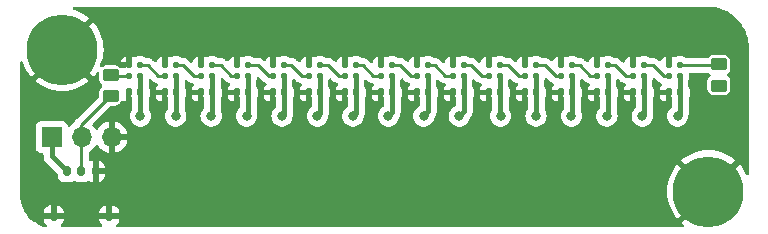
<source format=gbr>
%TF.GenerationSoftware,KiCad,Pcbnew,8.0.8*%
%TF.CreationDate,2025-02-22T01:21:36-08:00*%
%TF.ProjectId,1_2og_lightbar,315f326f-675f-46c6-9967-68746261722e,rev?*%
%TF.SameCoordinates,Original*%
%TF.FileFunction,Copper,L1,Top*%
%TF.FilePolarity,Positive*%
%FSLAX46Y46*%
G04 Gerber Fmt 4.6, Leading zero omitted, Abs format (unit mm)*
G04 Created by KiCad (PCBNEW 8.0.8) date 2025-02-22 01:21:36*
%MOMM*%
%LPD*%
G01*
G04 APERTURE LIST*
G04 Aperture macros list*
%AMRoundRect*
0 Rectangle with rounded corners*
0 $1 Rounding radius*
0 $2 $3 $4 $5 $6 $7 $8 $9 X,Y pos of 4 corners*
0 Add a 4 corners polygon primitive as box body*
4,1,4,$2,$3,$4,$5,$6,$7,$8,$9,$2,$3,0*
0 Add four circle primitives for the rounded corners*
1,1,$1+$1,$2,$3*
1,1,$1+$1,$4,$5*
1,1,$1+$1,$6,$7*
1,1,$1+$1,$8,$9*
0 Add four rect primitives between the rounded corners*
20,1,$1+$1,$2,$3,$4,$5,0*
20,1,$1+$1,$4,$5,$6,$7,0*
20,1,$1+$1,$6,$7,$8,$9,0*
20,1,$1+$1,$8,$9,$2,$3,0*%
G04 Aperture macros list end*
%TA.AperFunction,SMDPad,CuDef*%
%ADD10RoundRect,0.250000X-0.450000X0.262500X-0.450000X-0.262500X0.450000X-0.262500X0.450000X0.262500X0*%
%TD*%
%TA.AperFunction,SMDPad,CuDef*%
%ADD11RoundRect,0.250000X0.450000X-0.262500X0.450000X0.262500X-0.450000X0.262500X-0.450000X-0.262500X0*%
%TD*%
%TA.AperFunction,SMDPad,CuDef*%
%ADD12RoundRect,0.125000X-0.125000X0.125000X-0.125000X-0.125000X0.125000X-0.125000X0.125000X0.125000X0*%
%TD*%
%TA.AperFunction,SMDPad,CuDef*%
%ADD13RoundRect,0.140000X0.140000X0.170000X-0.140000X0.170000X-0.140000X-0.170000X0.140000X-0.170000X0*%
%TD*%
%TA.AperFunction,ComponentPad*%
%ADD14C,6.000000*%
%TD*%
%TA.AperFunction,SMDPad,CuDef*%
%ADD15RoundRect,0.150000X-0.150000X-0.275000X0.150000X-0.275000X0.150000X0.275000X-0.150000X0.275000X0*%
%TD*%
%TA.AperFunction,SMDPad,CuDef*%
%ADD16RoundRect,0.175000X-0.175000X-0.225000X0.175000X-0.225000X0.175000X0.225000X-0.175000X0.225000X0*%
%TD*%
%TA.AperFunction,ComponentPad*%
%ADD17R,1.700000X1.700000*%
%TD*%
%TA.AperFunction,ComponentPad*%
%ADD18O,1.700000X1.700000*%
%TD*%
%TA.AperFunction,ViaPad*%
%ADD19C,0.800000*%
%TD*%
%TA.AperFunction,Conductor*%
%ADD20C,0.381000*%
%TD*%
%TA.AperFunction,Conductor*%
%ADD21C,0.250000*%
%TD*%
G04 APERTURE END LIST*
D10*
%TO.P,R2,1*%
%TO.N,Net-(D16-DOUT)*%
X78486000Y-21611500D03*
%TO.P,R2,2*%
%TO.N,unconnected-(R2-Pad2)*%
X78486000Y-23436500D03*
%TD*%
D11*
%TO.P,R1,1*%
%TO.N,LIGHTBAR_RGB_OUT*%
X26987500Y-24336500D03*
%TO.P,R1,2*%
%TO.N,Net-(D1-DIN)*%
X26987500Y-22511500D03*
%TD*%
D12*
%TO.P,D3,1,DOUT*%
%TO.N,Net-(D3-DOUT)*%
X35576000Y-21699000D03*
%TO.P,D3,2,VSS*%
%TO.N,GND*%
X34676000Y-21699000D03*
%TO.P,D3,3,DIN*%
%TO.N,Net-(D2-DOUT)*%
X34676000Y-22599000D03*
%TO.P,D3,4,VDD*%
%TO.N,+5V*%
X35576000Y-22599000D03*
%TD*%
%TO.P,D16,1,DOUT*%
%TO.N,Net-(D16-DOUT)*%
X75200000Y-21699000D03*
%TO.P,D16,2,VSS*%
%TO.N,GND*%
X74300000Y-21699000D03*
%TO.P,D16,3,DIN*%
%TO.N,Net-(D15-DOUT)*%
X74300000Y-22599000D03*
%TO.P,D16,4,VDD*%
%TO.N,+5V*%
X75200000Y-22599000D03*
%TD*%
D13*
%TO.P,C14,1*%
%TO.N,+5V*%
X69134000Y-24000000D03*
%TO.P,C14,2*%
%TO.N,GND*%
X68174000Y-24000000D03*
%TD*%
D14*
%TO.P,H2,1,1*%
%TO.N,GND*%
X77597000Y-32385000D03*
%TD*%
D12*
%TO.P,D11,1,DOUT*%
%TO.N,Net-(D11-DOUT)*%
X59960000Y-21699000D03*
%TO.P,D11,2,VSS*%
%TO.N,GND*%
X59060000Y-21699000D03*
%TO.P,D11,3,DIN*%
%TO.N,Net-(D10-DOUT)*%
X59060000Y-22599000D03*
%TO.P,D11,4,VDD*%
%TO.N,+5V*%
X59960000Y-22599000D03*
%TD*%
D13*
%TO.P,C10,1*%
%TO.N,+5V*%
X56942000Y-24000000D03*
%TO.P,C10,2*%
%TO.N,GND*%
X55982000Y-24000000D03*
%TD*%
D12*
%TO.P,D4,1,DOUT*%
%TO.N,Net-(D4-DOUT)*%
X38624000Y-21699000D03*
%TO.P,D4,2,VSS*%
%TO.N,GND*%
X37724000Y-21699000D03*
%TO.P,D4,3,DIN*%
%TO.N,Net-(D3-DOUT)*%
X37724000Y-22599000D03*
%TO.P,D4,4,VDD*%
%TO.N,+5V*%
X38624000Y-22599000D03*
%TD*%
D15*
%TO.P,J2,1,Pin_1*%
%TO.N,+5V*%
X23311000Y-30668750D03*
%TO.P,J2,2,Pin_2*%
%TO.N,LIGHTBAR_RGB_OUT*%
X24511000Y-30668750D03*
%TO.P,J2,3,Pin_3*%
%TO.N,GND*%
X25711000Y-30668750D03*
D16*
%TO.P,J2,MP,MountPin*%
X22161000Y-34443750D03*
X26861000Y-34443750D03*
%TD*%
D13*
%TO.P,C12,1*%
%TO.N,+5V*%
X63038000Y-24000000D03*
%TO.P,C12,2*%
%TO.N,GND*%
X62078000Y-24000000D03*
%TD*%
%TO.P,C6,1*%
%TO.N,+5V*%
X44750000Y-24000000D03*
%TO.P,C6,2*%
%TO.N,GND*%
X43790000Y-24000000D03*
%TD*%
%TO.P,C9,1*%
%TO.N,+5V*%
X53894000Y-24000000D03*
%TO.P,C9,2*%
%TO.N,GND*%
X52934000Y-24000000D03*
%TD*%
D12*
%TO.P,D6,1,DOUT*%
%TO.N,Net-(D6-DOUT)*%
X44720000Y-21699000D03*
%TO.P,D6,2,VSS*%
%TO.N,GND*%
X43820000Y-21699000D03*
%TO.P,D6,3,DIN*%
%TO.N,Net-(D5-DOUT)*%
X43820000Y-22599000D03*
%TO.P,D6,4,VDD*%
%TO.N,+5V*%
X44720000Y-22599000D03*
%TD*%
D13*
%TO.P,C5,1*%
%TO.N,+5V*%
X41702000Y-24000000D03*
%TO.P,C5,2*%
%TO.N,GND*%
X40742000Y-24000000D03*
%TD*%
D12*
%TO.P,D12,1,DOUT*%
%TO.N,Net-(D12-DOUT)*%
X63008000Y-21699000D03*
%TO.P,D12,2,VSS*%
%TO.N,GND*%
X62108000Y-21699000D03*
%TO.P,D12,3,DIN*%
%TO.N,Net-(D11-DOUT)*%
X62108000Y-22599000D03*
%TO.P,D12,4,VDD*%
%TO.N,+5V*%
X63008000Y-22599000D03*
%TD*%
D13*
%TO.P,C1,1*%
%TO.N,+5V*%
X29510000Y-24000000D03*
%TO.P,C1,2*%
%TO.N,GND*%
X28550000Y-24000000D03*
%TD*%
D12*
%TO.P,D10,1,DOUT*%
%TO.N,Net-(D10-DOUT)*%
X56912000Y-21699000D03*
%TO.P,D10,2,VSS*%
%TO.N,GND*%
X56012000Y-21699000D03*
%TO.P,D10,3,DIN*%
%TO.N,Net-(D10-DIN)*%
X56012000Y-22599000D03*
%TO.P,D10,4,VDD*%
%TO.N,+5V*%
X56912000Y-22599000D03*
%TD*%
%TO.P,D14,1,DOUT*%
%TO.N,Net-(D14-DOUT)*%
X69104000Y-21699000D03*
%TO.P,D14,2,VSS*%
%TO.N,GND*%
X68204000Y-21699000D03*
%TO.P,D14,3,DIN*%
%TO.N,Net-(D13-DOUT)*%
X68204000Y-22599000D03*
%TO.P,D14,4,VDD*%
%TO.N,+5V*%
X69104000Y-22599000D03*
%TD*%
D13*
%TO.P,C11,1*%
%TO.N,+5V*%
X59990000Y-24000000D03*
%TO.P,C11,2*%
%TO.N,GND*%
X59030000Y-24000000D03*
%TD*%
%TO.P,C2,1*%
%TO.N,+5V*%
X32558000Y-24000000D03*
%TO.P,C2,2*%
%TO.N,GND*%
X31598000Y-24000000D03*
%TD*%
%TO.P,C13,1*%
%TO.N,+5V*%
X66086000Y-24000000D03*
%TO.P,C13,2*%
%TO.N,GND*%
X65126000Y-24000000D03*
%TD*%
D12*
%TO.P,D1,1,DOUT*%
%TO.N,Net-(D1-DOUT)*%
X29480000Y-21699000D03*
%TO.P,D1,2,VSS*%
%TO.N,GND*%
X28580000Y-21699000D03*
%TO.P,D1,3,DIN*%
%TO.N,Net-(D1-DIN)*%
X28580000Y-22599000D03*
%TO.P,D1,4,VDD*%
%TO.N,+5V*%
X29480000Y-22599000D03*
%TD*%
D17*
%TO.P,J1,1,Pin_1*%
%TO.N,+5V*%
X22000000Y-27781250D03*
D18*
%TO.P,J1,2,Pin_2*%
%TO.N,LIGHTBAR_RGB_OUT*%
X24540000Y-27781250D03*
%TO.P,J1,3,Pin_3*%
%TO.N,GND*%
X27080000Y-27781250D03*
%TD*%
D12*
%TO.P,D9,1,DOUT*%
%TO.N,Net-(D10-DIN)*%
X53864000Y-21699000D03*
%TO.P,D9,2,VSS*%
%TO.N,GND*%
X52964000Y-21699000D03*
%TO.P,D9,3,DIN*%
%TO.N,Net-(D8-DOUT)*%
X52964000Y-22599000D03*
%TO.P,D9,4,VDD*%
%TO.N,+5V*%
X53864000Y-22599000D03*
%TD*%
%TO.P,D13,1,DOUT*%
%TO.N,Net-(D13-DOUT)*%
X66056000Y-21699000D03*
%TO.P,D13,2,VSS*%
%TO.N,GND*%
X65156000Y-21699000D03*
%TO.P,D13,3,DIN*%
%TO.N,Net-(D12-DOUT)*%
X65156000Y-22599000D03*
%TO.P,D13,4,VDD*%
%TO.N,+5V*%
X66056000Y-22599000D03*
%TD*%
%TO.P,D2,1,DOUT*%
%TO.N,Net-(D2-DOUT)*%
X32528000Y-21699000D03*
%TO.P,D2,2,VSS*%
%TO.N,GND*%
X31628000Y-21699000D03*
%TO.P,D2,3,DIN*%
%TO.N,Net-(D1-DOUT)*%
X31628000Y-22599000D03*
%TO.P,D2,4,VDD*%
%TO.N,+5V*%
X32528000Y-22599000D03*
%TD*%
D13*
%TO.P,C4,1*%
%TO.N,+5V*%
X38654000Y-24000000D03*
%TO.P,C4,2*%
%TO.N,GND*%
X37694000Y-24000000D03*
%TD*%
D12*
%TO.P,D8,1,DOUT*%
%TO.N,Net-(D8-DOUT)*%
X50816000Y-21699000D03*
%TO.P,D8,2,VSS*%
%TO.N,GND*%
X49916000Y-21699000D03*
%TO.P,D8,3,DIN*%
%TO.N,Net-(D7-DOUT)*%
X49916000Y-22599000D03*
%TO.P,D8,4,VDD*%
%TO.N,+5V*%
X50816000Y-22599000D03*
%TD*%
D13*
%TO.P,C16,1*%
%TO.N,+5V*%
X75230000Y-24000000D03*
%TO.P,C16,2*%
%TO.N,GND*%
X74270000Y-24000000D03*
%TD*%
%TO.P,C3,1*%
%TO.N,+5V*%
X35606000Y-24000000D03*
%TO.P,C3,2*%
%TO.N,GND*%
X34646000Y-24000000D03*
%TD*%
%TO.P,C8,1*%
%TO.N,+5V*%
X50846000Y-24000000D03*
%TO.P,C8,2*%
%TO.N,GND*%
X49886000Y-24000000D03*
%TD*%
%TO.P,C7,1*%
%TO.N,+5V*%
X47798000Y-24000000D03*
%TO.P,C7,2*%
%TO.N,GND*%
X46838000Y-24000000D03*
%TD*%
D12*
%TO.P,D7,1,DOUT*%
%TO.N,Net-(D7-DOUT)*%
X47768000Y-21699000D03*
%TO.P,D7,2,VSS*%
%TO.N,GND*%
X46868000Y-21699000D03*
%TO.P,D7,3,DIN*%
%TO.N,Net-(D6-DOUT)*%
X46868000Y-22599000D03*
%TO.P,D7,4,VDD*%
%TO.N,+5V*%
X47768000Y-22599000D03*
%TD*%
D13*
%TO.P,C15,1*%
%TO.N,+5V*%
X72182000Y-24000000D03*
%TO.P,C15,2*%
%TO.N,GND*%
X71222000Y-24000000D03*
%TD*%
D14*
%TO.P,H1,1,1*%
%TO.N,GND*%
X22879961Y-20362871D03*
%TD*%
D12*
%TO.P,D5,1,DOUT*%
%TO.N,Net-(D5-DOUT)*%
X41672000Y-21699000D03*
%TO.P,D5,2,VSS*%
%TO.N,GND*%
X40772000Y-21699000D03*
%TO.P,D5,3,DIN*%
%TO.N,Net-(D4-DOUT)*%
X40772000Y-22599000D03*
%TO.P,D5,4,VDD*%
%TO.N,+5V*%
X41672000Y-22599000D03*
%TD*%
%TO.P,D15,1,DOUT*%
%TO.N,Net-(D15-DOUT)*%
X72152000Y-21699000D03*
%TO.P,D15,2,VSS*%
%TO.N,GND*%
X71252000Y-21699000D03*
%TO.P,D15,3,DIN*%
%TO.N,Net-(D14-DOUT)*%
X71252000Y-22599000D03*
%TO.P,D15,4,VDD*%
%TO.N,+5V*%
X72152000Y-22599000D03*
%TD*%
D19*
%TO.N,+5V*%
X41500000Y-26000000D03*
X29500000Y-26000000D03*
X50500000Y-26000000D03*
X69000000Y-26000000D03*
X60000000Y-26000000D03*
X38500000Y-26000000D03*
X75000000Y-26000000D03*
X66000000Y-26000000D03*
X56500000Y-26000000D03*
X44500000Y-26000000D03*
X72000000Y-26000000D03*
X53500000Y-26000000D03*
X32500000Y-26000000D03*
X63000000Y-26000000D03*
X35500000Y-26000000D03*
X47500000Y-26000000D03*
%TO.N,GND*%
X50292000Y-20574000D03*
X47244000Y-20574000D03*
X35052000Y-20574000D03*
X68580000Y-20574000D03*
X44196000Y-20574000D03*
X32004000Y-20574000D03*
X65532000Y-20574000D03*
X56388000Y-20574000D03*
X38100000Y-20574000D03*
X41148000Y-20574000D03*
X73914000Y-20574000D03*
X71628000Y-20574000D03*
X62484000Y-20574000D03*
X59436000Y-20574000D03*
X53340000Y-20574000D03*
%TD*%
D20*
%TO.N,+5V*%
X69104000Y-23970000D02*
X69134000Y-24000000D01*
X29510000Y-24000000D02*
X29510000Y-25990000D01*
X75200000Y-22599000D02*
X75200000Y-23970000D01*
X63008000Y-22599000D02*
X63008000Y-23970000D01*
X35606000Y-25894000D02*
X35500000Y-26000000D01*
X63008000Y-23970000D02*
X63038000Y-24000000D01*
X66086000Y-25914000D02*
X66000000Y-26000000D01*
X72182000Y-25818000D02*
X72000000Y-26000000D01*
X63038000Y-24000000D02*
X63038000Y-25962000D01*
X50816000Y-22599000D02*
X50816000Y-23970000D01*
X56942000Y-24000000D02*
X56942000Y-25558000D01*
X66056000Y-23970000D02*
X66086000Y-24000000D01*
X35606000Y-24000000D02*
X35606000Y-25894000D01*
X32558000Y-25942000D02*
X32500000Y-26000000D01*
X29510000Y-22629000D02*
X29480000Y-22599000D01*
X69134000Y-24000000D02*
X69134000Y-25866000D01*
X59960000Y-22599000D02*
X59960000Y-23970000D01*
X32558000Y-24000000D02*
X32558000Y-22629000D01*
X75000000Y-26000000D02*
X75230000Y-25770000D01*
X53864000Y-23970000D02*
X53894000Y-24000000D01*
X29510000Y-25990000D02*
X29500000Y-26000000D01*
X41672000Y-22599000D02*
X41672000Y-23970000D01*
X41702000Y-24000000D02*
X41702000Y-25798000D01*
X72152000Y-22599000D02*
X72152000Y-23970000D01*
X50846000Y-24000000D02*
X50846000Y-25654000D01*
X38654000Y-24000000D02*
X38654000Y-25846000D01*
X66086000Y-24000000D02*
X66086000Y-25914000D01*
X59990000Y-25990000D02*
X60000000Y-26000000D01*
X75230000Y-25770000D02*
X75230000Y-24000000D01*
X72152000Y-23970000D02*
X72182000Y-24000000D01*
X53894000Y-25606000D02*
X53500000Y-26000000D01*
X32558000Y-22629000D02*
X32528000Y-22599000D01*
X53864000Y-22599000D02*
X53864000Y-23970000D01*
X29510000Y-24000000D02*
X29510000Y-22629000D01*
X44720000Y-22599000D02*
X44720000Y-23970000D01*
X44750000Y-25750000D02*
X44500000Y-26000000D01*
X75200000Y-23970000D02*
X75230000Y-24000000D01*
X47768000Y-23970000D02*
X47798000Y-24000000D01*
X59960000Y-23970000D02*
X59990000Y-24000000D01*
X47798000Y-24000000D02*
X47798000Y-25702000D01*
X56912000Y-23970000D02*
X56942000Y-24000000D01*
X41702000Y-25798000D02*
X41500000Y-26000000D01*
X72182000Y-24000000D02*
X72182000Y-25818000D01*
X56912000Y-22599000D02*
X56912000Y-23970000D01*
X63038000Y-25962000D02*
X63000000Y-26000000D01*
X38624000Y-22599000D02*
X38624000Y-23970000D01*
X32558000Y-24000000D02*
X32558000Y-25942000D01*
X66056000Y-22599000D02*
X66056000Y-23970000D01*
X69104000Y-22599000D02*
X69104000Y-23970000D01*
X35606000Y-24000000D02*
X35606000Y-22629000D01*
X44750000Y-24000000D02*
X44750000Y-25750000D01*
X50816000Y-23970000D02*
X50846000Y-24000000D01*
X69134000Y-25866000D02*
X69000000Y-26000000D01*
X35606000Y-22629000D02*
X35576000Y-22599000D01*
X38654000Y-25846000D02*
X38500000Y-26000000D01*
X44720000Y-23970000D02*
X44750000Y-24000000D01*
X56942000Y-25558000D02*
X56500000Y-26000000D01*
X38624000Y-23970000D02*
X38654000Y-24000000D01*
X59990000Y-24000000D02*
X59990000Y-25990000D01*
X53894000Y-24000000D02*
X53894000Y-25606000D01*
X47798000Y-25702000D02*
X47500000Y-26000000D01*
X22000000Y-29357750D02*
X23311000Y-30668750D01*
X50846000Y-25654000D02*
X50500000Y-26000000D01*
X22000000Y-27781250D02*
X22000000Y-29357750D01*
X41672000Y-23970000D02*
X41702000Y-24000000D01*
X47768000Y-22599000D02*
X47768000Y-23970000D01*
%TO.N,GND*%
X28956000Y-20574000D02*
X32004000Y-20574000D01*
X43820000Y-21699000D02*
X43820000Y-20950000D01*
X37724000Y-20950000D02*
X38100000Y-20574000D01*
X46868000Y-21699000D02*
X46868000Y-20950000D01*
X31628000Y-21699000D02*
X31628000Y-20950000D01*
X56388000Y-20574000D02*
X59436000Y-20574000D01*
X40772000Y-21699000D02*
X40772000Y-20950000D01*
X56012000Y-21699000D02*
X56012000Y-20950000D01*
X49916000Y-21699000D02*
X49916000Y-20950000D01*
X52964000Y-21699000D02*
X52964000Y-20950000D01*
X49916000Y-20950000D02*
X50292000Y-20574000D01*
X59060000Y-21699000D02*
X59060000Y-20950000D01*
X32004000Y-20574000D02*
X35814000Y-20574000D01*
X35814000Y-20574000D02*
X38100000Y-20574000D01*
X68204000Y-21699000D02*
X68204000Y-20950000D01*
X71252000Y-21699000D02*
X71252000Y-20950000D01*
X68580000Y-20574000D02*
X71628000Y-20574000D01*
X74300000Y-21699000D02*
X74300000Y-20960000D01*
X50292000Y-20574000D02*
X53340000Y-20574000D01*
X34676000Y-21699000D02*
X34676000Y-20950000D01*
X65156000Y-20950000D02*
X65532000Y-20574000D01*
X71628000Y-20574000D02*
X73914000Y-20574000D01*
X41148000Y-20574000D02*
X47244000Y-20574000D01*
X37724000Y-21699000D02*
X37724000Y-20950000D01*
X38100000Y-20574000D02*
X41148000Y-20574000D01*
X59060000Y-20950000D02*
X59436000Y-20574000D01*
X56012000Y-20950000D02*
X56388000Y-20574000D01*
X34676000Y-20950000D02*
X35052000Y-20574000D01*
X65532000Y-20574000D02*
X68580000Y-20574000D01*
X43820000Y-20950000D02*
X44196000Y-20574000D01*
X53340000Y-20574000D02*
X56388000Y-20574000D01*
X28580000Y-21699000D02*
X28580000Y-20950000D01*
X47244000Y-20574000D02*
X50292000Y-20574000D01*
X65156000Y-21699000D02*
X65156000Y-20950000D01*
X62108000Y-21699000D02*
X62108000Y-20950000D01*
X46868000Y-20950000D02*
X47244000Y-20574000D01*
X59436000Y-20574000D02*
X62484000Y-20574000D01*
X74300000Y-20960000D02*
X73914000Y-20574000D01*
X62484000Y-20574000D02*
X65532000Y-20574000D01*
X31628000Y-20950000D02*
X32004000Y-20574000D01*
X28580000Y-20950000D02*
X28956000Y-20574000D01*
X68204000Y-20950000D02*
X68580000Y-20574000D01*
X40772000Y-20950000D02*
X41148000Y-20574000D01*
X62108000Y-20950000D02*
X62484000Y-20574000D01*
X52964000Y-20950000D02*
X53340000Y-20574000D01*
X71252000Y-20950000D02*
X71628000Y-20574000D01*
D21*
%TO.N,Net-(D1-DOUT)*%
X31628000Y-22599000D02*
X31016500Y-22599000D01*
X30116500Y-21699000D02*
X29480000Y-21699000D01*
X31016500Y-22599000D02*
X30116500Y-21699000D01*
%TO.N,LIGHTBAR_RGB_OUT*%
X24511000Y-27781250D02*
X24511000Y-26725500D01*
X24511000Y-30668750D02*
X24511000Y-27781250D01*
X24511000Y-26725500D02*
X26987500Y-24249000D01*
%TO.N,Net-(D2-DOUT)*%
X34014500Y-22599000D02*
X34676000Y-22599000D01*
X33114500Y-21699000D02*
X34014500Y-22599000D01*
X32528000Y-21699000D02*
X33114500Y-21699000D01*
%TO.N,Net-(D3-DOUT)*%
X36303000Y-21699000D02*
X37203000Y-22599000D01*
X35576000Y-21699000D02*
X36303000Y-21699000D01*
X37203000Y-22599000D02*
X37724000Y-22599000D01*
%TO.N,Net-(D4-DOUT)*%
X40362500Y-22599000D02*
X40772000Y-22599000D01*
X38624000Y-21699000D02*
X39462500Y-21699000D01*
X39462500Y-21699000D02*
X40362500Y-22599000D01*
%TO.N,Net-(D5-DOUT)*%
X41672000Y-21699000D02*
X42294750Y-21699000D01*
X43194750Y-22599000D02*
X43820000Y-22599000D01*
X42294750Y-21699000D02*
X43194750Y-22599000D01*
%TO.N,Net-(D6-DOUT)*%
X44720000Y-21699000D02*
X45410500Y-21699000D01*
X45410500Y-21699000D02*
X46310500Y-22599000D01*
X46310500Y-22599000D02*
X46868000Y-22599000D01*
%TO.N,Net-(D7-DOUT)*%
X49234500Y-22599000D02*
X49916000Y-22599000D01*
X47768000Y-21699000D02*
X48334500Y-21699000D01*
X48334500Y-21699000D02*
X49234500Y-22599000D01*
%TO.N,Net-(D8-DOUT)*%
X51503000Y-21699000D02*
X52403000Y-22599000D01*
X52403000Y-22599000D02*
X52964000Y-22599000D01*
X50816000Y-21699000D02*
X51503000Y-21699000D01*
%TO.N,Net-(D10-DIN)*%
X54433500Y-21699000D02*
X55333500Y-22599000D01*
X55333500Y-22599000D02*
X56012000Y-22599000D01*
X53864000Y-21699000D02*
X54433500Y-21699000D01*
%TO.N,Net-(D10-DOUT)*%
X56912000Y-21699000D02*
X57503000Y-21699000D01*
X58403000Y-22599000D02*
X59060000Y-22599000D01*
X57503000Y-21699000D02*
X58403000Y-22599000D01*
%TO.N,Net-(D11-DOUT)*%
X60630500Y-21699000D02*
X61530500Y-22599000D01*
X61530500Y-22599000D02*
X62108000Y-22599000D01*
X59960000Y-21699000D02*
X60630500Y-21699000D01*
%TO.N,Net-(D12-DOUT)*%
X63754500Y-21699000D02*
X64654500Y-22599000D01*
X64654500Y-22599000D02*
X65156000Y-22599000D01*
X63008000Y-21699000D02*
X63754500Y-21699000D01*
%TO.N,Net-(D13-DOUT)*%
X66703000Y-21699000D02*
X67603000Y-22599000D01*
X67603000Y-22599000D02*
X68204000Y-22599000D01*
X66056000Y-21699000D02*
X66703000Y-21699000D01*
%TO.N,Net-(D14-DOUT)*%
X69104000Y-21699000D02*
X69703000Y-21699000D01*
X69703000Y-21699000D02*
X70603000Y-22599000D01*
X70603000Y-22599000D02*
X71252000Y-22599000D01*
%TO.N,Net-(D15-DOUT)*%
X72903000Y-21699000D02*
X73803000Y-22599000D01*
X72152000Y-21699000D02*
X72903000Y-21699000D01*
X73803000Y-22599000D02*
X74300000Y-22599000D01*
%TO.N,Net-(D16-DOUT)*%
X75200000Y-21699000D02*
X78486000Y-21699000D01*
%TO.N,Net-(D1-DIN)*%
X26987500Y-22599000D02*
X28580000Y-22599000D01*
%TD*%
%TA.AperFunction,Conductor*%
%TO.N,GND*%
G36*
X77597840Y-16764011D02*
G01*
X77600443Y-16764045D01*
X77770902Y-16766275D01*
X77782217Y-16766942D01*
X78127328Y-16803214D01*
X78140141Y-16805244D01*
X78478747Y-16877217D01*
X78491271Y-16880573D01*
X78770839Y-16971410D01*
X78820504Y-16987547D01*
X78832621Y-16992198D01*
X79148875Y-17133003D01*
X79160424Y-17138888D01*
X79460222Y-17311976D01*
X79471103Y-17319042D01*
X79751165Y-17522520D01*
X79761251Y-17530688D01*
X80018503Y-17762318D01*
X80027681Y-17771496D01*
X80259311Y-18028748D01*
X80267479Y-18038834D01*
X80470957Y-18318896D01*
X80478026Y-18329782D01*
X80651107Y-18629567D01*
X80657000Y-18641132D01*
X80797801Y-18957378D01*
X80802452Y-18969495D01*
X80909424Y-19298721D01*
X80912783Y-19311258D01*
X80984754Y-19649856D01*
X80986785Y-19662675D01*
X81023056Y-20007768D01*
X81023724Y-20019107D01*
X81025989Y-20192159D01*
X81026000Y-20193782D01*
X81026000Y-30888881D01*
X81006315Y-30955920D01*
X80953511Y-31001675D01*
X80884353Y-31011619D01*
X80820797Y-30982594D01*
X80791515Y-30945176D01*
X80632245Y-30632594D01*
X80432446Y-30324929D01*
X80243701Y-30091850D01*
X78819659Y-31515893D01*
X78741136Y-31407816D01*
X78574184Y-31240864D01*
X78466104Y-31162340D01*
X79890148Y-29738297D01*
X79657070Y-29549553D01*
X79349406Y-29349754D01*
X79022535Y-29183204D01*
X78680051Y-29051736D01*
X78325685Y-28956784D01*
X77963353Y-28899397D01*
X77597001Y-28880197D01*
X77596999Y-28880197D01*
X77230646Y-28899397D01*
X76868315Y-28956784D01*
X76868313Y-28956784D01*
X76513948Y-29051736D01*
X76171464Y-29183204D01*
X75844594Y-29349754D01*
X75536924Y-29549557D01*
X75303850Y-29738295D01*
X75303849Y-29738296D01*
X76727893Y-31162340D01*
X76619816Y-31240864D01*
X76452864Y-31407816D01*
X76374340Y-31515893D01*
X74950296Y-30091849D01*
X74950295Y-30091850D01*
X74761557Y-30324924D01*
X74561754Y-30632594D01*
X74395204Y-30959464D01*
X74263736Y-31301948D01*
X74168784Y-31656313D01*
X74168784Y-31656315D01*
X74111397Y-32018646D01*
X74092197Y-32384999D01*
X74092197Y-32385000D01*
X74111397Y-32751353D01*
X74168784Y-33113684D01*
X74168784Y-33113686D01*
X74263736Y-33468051D01*
X74395204Y-33810535D01*
X74561754Y-34137406D01*
X74761553Y-34445070D01*
X74950297Y-34678148D01*
X76374340Y-33254105D01*
X76452864Y-33362184D01*
X76619816Y-33529136D01*
X76727893Y-33607659D01*
X75303850Y-35031701D01*
X75468007Y-35164634D01*
X75507718Y-35222121D01*
X75510046Y-35291952D01*
X75474250Y-35351956D01*
X75411697Y-35383082D01*
X75389971Y-35385000D01*
X27573707Y-35385000D01*
X27506668Y-35365315D01*
X27460913Y-35312511D01*
X27450969Y-35243353D01*
X27479994Y-35179797D01*
X27486026Y-35173319D01*
X27571252Y-35088092D01*
X27571256Y-35088087D01*
X27656052Y-34947815D01*
X27704820Y-34791312D01*
X27711000Y-34723306D01*
X27711000Y-34693750D01*
X26011001Y-34693750D01*
X26011001Y-34723316D01*
X26017178Y-34791311D01*
X26017181Y-34791322D01*
X26065944Y-34947810D01*
X26065946Y-34947814D01*
X26150743Y-35088087D01*
X26150747Y-35088092D01*
X26235974Y-35173319D01*
X26269459Y-35234642D01*
X26264475Y-35304334D01*
X26222603Y-35360267D01*
X26157139Y-35384684D01*
X26148293Y-35385000D01*
X22873707Y-35385000D01*
X22806668Y-35365315D01*
X22760913Y-35312511D01*
X22750969Y-35243353D01*
X22779994Y-35179797D01*
X22786026Y-35173319D01*
X22871252Y-35088092D01*
X22871256Y-35088087D01*
X22956052Y-34947815D01*
X23004820Y-34791312D01*
X23011000Y-34723306D01*
X23011000Y-34693750D01*
X21311001Y-34693750D01*
X21311001Y-34723316D01*
X21317178Y-34791311D01*
X21317181Y-34791322D01*
X21365944Y-34947810D01*
X21365946Y-34947814D01*
X21450743Y-35088087D01*
X21450747Y-35088092D01*
X21535974Y-35173319D01*
X21569459Y-35234642D01*
X21564475Y-35304334D01*
X21522603Y-35360267D01*
X21457139Y-35384684D01*
X21448293Y-35385000D01*
X21356988Y-35385000D01*
X21316181Y-35378093D01*
X21241183Y-35351956D01*
X21174845Y-35328837D01*
X21162843Y-35323936D01*
X20854873Y-35178971D01*
X20841927Y-35171908D01*
X20554103Y-34991879D01*
X20542087Y-34983329D01*
X20277671Y-34770403D01*
X20266755Y-34760487D01*
X20029485Y-34517673D01*
X20019824Y-34506531D01*
X19813066Y-34237276D01*
X19804796Y-34225066D01*
X19768649Y-34164193D01*
X21311000Y-34164193D01*
X21311000Y-34193750D01*
X21911000Y-34193750D01*
X22411000Y-34193750D01*
X23010999Y-34193750D01*
X23010999Y-34164193D01*
X26011000Y-34164193D01*
X26011000Y-34193750D01*
X26611000Y-34193750D01*
X27111000Y-34193750D01*
X27710999Y-34193750D01*
X27710999Y-34164183D01*
X27704821Y-34096188D01*
X27704818Y-34096177D01*
X27656055Y-33939689D01*
X27656053Y-33939685D01*
X27571256Y-33799412D01*
X27571252Y-33799407D01*
X27455342Y-33683497D01*
X27455337Y-33683493D01*
X27315065Y-33598697D01*
X27158562Y-33549929D01*
X27111000Y-33545606D01*
X27111000Y-34193750D01*
X26611000Y-34193750D01*
X26611000Y-33545607D01*
X26610999Y-33545607D01*
X26563441Y-33549928D01*
X26406934Y-33598697D01*
X26266662Y-33683493D01*
X26266657Y-33683497D01*
X26150747Y-33799407D01*
X26150743Y-33799412D01*
X26065947Y-33939684D01*
X26017179Y-34096187D01*
X26011000Y-34164193D01*
X23010999Y-34164193D01*
X23010999Y-34164183D01*
X23004821Y-34096188D01*
X23004818Y-34096177D01*
X22956055Y-33939689D01*
X22956053Y-33939685D01*
X22871256Y-33799412D01*
X22871252Y-33799407D01*
X22755342Y-33683497D01*
X22755337Y-33683493D01*
X22615065Y-33598697D01*
X22458562Y-33549929D01*
X22411000Y-33545606D01*
X22411000Y-34193750D01*
X21911000Y-34193750D01*
X21911000Y-33545607D01*
X21910999Y-33545607D01*
X21863441Y-33549928D01*
X21706934Y-33598697D01*
X21566662Y-33683493D01*
X21566657Y-33683497D01*
X21450747Y-33799407D01*
X21450743Y-33799412D01*
X21365947Y-33939684D01*
X21317179Y-34096187D01*
X21311000Y-34164193D01*
X19768649Y-34164193D01*
X19631457Y-33933153D01*
X19624697Y-33920054D01*
X19487239Y-33609624D01*
X19482083Y-33595814D01*
X19382451Y-33271260D01*
X19378976Y-33256958D01*
X19318579Y-32922868D01*
X19316824Y-32908228D01*
X19296464Y-32568453D01*
X19296366Y-32555489D01*
X19304000Y-32384998D01*
X19304000Y-21481880D01*
X19323685Y-21414841D01*
X19376489Y-21369086D01*
X19445647Y-21359142D01*
X19509203Y-21388167D01*
X19545486Y-21442899D01*
X19545531Y-21442883D01*
X19545607Y-21443081D01*
X19545937Y-21443579D01*
X19546699Y-21445927D01*
X19678165Y-21788406D01*
X19844715Y-22115277D01*
X20044514Y-22422941D01*
X20233258Y-22656019D01*
X21657301Y-21231975D01*
X21735825Y-21340055D01*
X21902777Y-21507007D01*
X22010854Y-21585529D01*
X20586811Y-23009572D01*
X20819890Y-23198317D01*
X21127554Y-23398116D01*
X21454425Y-23564666D01*
X21796909Y-23696134D01*
X22151275Y-23791086D01*
X22513607Y-23848473D01*
X22879960Y-23867674D01*
X22879962Y-23867674D01*
X23246314Y-23848473D01*
X23608645Y-23791086D01*
X23608647Y-23791086D01*
X23963012Y-23696134D01*
X24305496Y-23564666D01*
X24632367Y-23398116D01*
X24940025Y-23198321D01*
X25173109Y-23009572D01*
X23749067Y-21585530D01*
X23857145Y-21507007D01*
X24024097Y-21340055D01*
X24102620Y-21231977D01*
X25526662Y-22656019D01*
X25715411Y-22422935D01*
X25784005Y-22317310D01*
X25837026Y-22271807D01*
X25906231Y-22262193D01*
X25969648Y-22291520D01*
X26007142Y-22350477D01*
X26012000Y-22384845D01*
X26012000Y-22855616D01*
X26012735Y-22863700D01*
X26018413Y-22926192D01*
X26018413Y-22926194D01*
X26018414Y-22926196D01*
X26069022Y-23088606D01*
X26148788Y-23220555D01*
X26157030Y-23234188D01*
X26259161Y-23336319D01*
X26292646Y-23397642D01*
X26287662Y-23467334D01*
X26259161Y-23511681D01*
X26157031Y-23613810D01*
X26157030Y-23613811D01*
X26069022Y-23759393D01*
X26018413Y-23921807D01*
X26012000Y-23992386D01*
X26012000Y-24288547D01*
X25992315Y-24355586D01*
X25975681Y-24376228D01*
X25060304Y-25291605D01*
X24112270Y-26239639D01*
X24112267Y-26239642D01*
X24068704Y-26283204D01*
X24025142Y-26326766D01*
X24006455Y-26354734D01*
X24006454Y-26354733D01*
X23956686Y-26429216D01*
X23956685Y-26429218D01*
X23924735Y-26506355D01*
X23924735Y-26506356D01*
X23909537Y-26543048D01*
X23909535Y-26543053D01*
X23907207Y-26548676D01*
X23905689Y-26548047D01*
X23871713Y-26599865D01*
X23862498Y-26606985D01*
X23668598Y-26742755D01*
X23546673Y-26864680D01*
X23485350Y-26898164D01*
X23415658Y-26893180D01*
X23359725Y-26851308D01*
X23342810Y-26820331D01*
X23293797Y-26688921D01*
X23293793Y-26688914D01*
X23207547Y-26573705D01*
X23207544Y-26573702D01*
X23092335Y-26487456D01*
X23092328Y-26487452D01*
X22957482Y-26437158D01*
X22957483Y-26437158D01*
X22897883Y-26430751D01*
X22897881Y-26430750D01*
X22897873Y-26430750D01*
X22897864Y-26430750D01*
X21102129Y-26430750D01*
X21102123Y-26430751D01*
X21042516Y-26437158D01*
X20907671Y-26487452D01*
X20907664Y-26487456D01*
X20792455Y-26573702D01*
X20792452Y-26573705D01*
X20706206Y-26688914D01*
X20706202Y-26688921D01*
X20655908Y-26823767D01*
X20649501Y-26883366D01*
X20649500Y-26883385D01*
X20649500Y-28679120D01*
X20649501Y-28679126D01*
X20655908Y-28738733D01*
X20706202Y-28873578D01*
X20706206Y-28873585D01*
X20792452Y-28988794D01*
X20792455Y-28988797D01*
X20907664Y-29075043D01*
X20907671Y-29075047D01*
X20907674Y-29075048D01*
X21042517Y-29125341D01*
X21102127Y-29131750D01*
X21185001Y-29131749D01*
X21252038Y-29151433D01*
X21297794Y-29204236D01*
X21309000Y-29255749D01*
X21309000Y-29289693D01*
X21309000Y-29425807D01*
X21309000Y-29425809D01*
X21308999Y-29425809D01*
X21335553Y-29559301D01*
X21335556Y-29559311D01*
X21387642Y-29685059D01*
X21387644Y-29685062D01*
X21463263Y-29798235D01*
X21463269Y-29798242D01*
X22474181Y-30809152D01*
X22507666Y-30870475D01*
X22510500Y-30896833D01*
X22510500Y-31009451D01*
X22513401Y-31046317D01*
X22513402Y-31046323D01*
X22559254Y-31204143D01*
X22559255Y-31204146D01*
X22642917Y-31345612D01*
X22642923Y-31345620D01*
X22759129Y-31461826D01*
X22759133Y-31461829D01*
X22759135Y-31461831D01*
X22900602Y-31545494D01*
X22942224Y-31557586D01*
X23058426Y-31591347D01*
X23058429Y-31591347D01*
X23058431Y-31591348D01*
X23095306Y-31594250D01*
X23095314Y-31594250D01*
X23526686Y-31594250D01*
X23526694Y-31594250D01*
X23563569Y-31591348D01*
X23563571Y-31591347D01*
X23563573Y-31591347D01*
X23605191Y-31579255D01*
X23721398Y-31545494D01*
X23847880Y-31470692D01*
X23915603Y-31453510D01*
X23974118Y-31470692D01*
X24100602Y-31545494D01*
X24142224Y-31557586D01*
X24258426Y-31591347D01*
X24258429Y-31591347D01*
X24258431Y-31591348D01*
X24295306Y-31594250D01*
X24295314Y-31594250D01*
X24726686Y-31594250D01*
X24726694Y-31594250D01*
X24763569Y-31591348D01*
X24763571Y-31591347D01*
X24763573Y-31591347D01*
X24805191Y-31579255D01*
X24921398Y-31545494D01*
X25048371Y-31470402D01*
X25116093Y-31453220D01*
X25174611Y-31470403D01*
X25300801Y-31545031D01*
X25458514Y-31590850D01*
X25458511Y-31590850D01*
X25460998Y-31591045D01*
X25461000Y-31591045D01*
X25961000Y-31591045D01*
X25961001Y-31591045D01*
X25963486Y-31590850D01*
X26121198Y-31545031D01*
X26262552Y-31461435D01*
X26262561Y-31461428D01*
X26378678Y-31345311D01*
X26378685Y-31345302D01*
X26462282Y-31203946D01*
X26462283Y-31203943D01*
X26508099Y-31046245D01*
X26508100Y-31046239D01*
X26510999Y-31009399D01*
X26511000Y-31009384D01*
X26511000Y-30918750D01*
X25961000Y-30918750D01*
X25961000Y-31591045D01*
X25461000Y-31591045D01*
X25461000Y-30418750D01*
X25961000Y-30418750D01*
X26511000Y-30418750D01*
X26511000Y-30328115D01*
X26510999Y-30328100D01*
X26508100Y-30291260D01*
X26508099Y-30291254D01*
X26462283Y-30133556D01*
X26462282Y-30133553D01*
X26378685Y-29992197D01*
X26378678Y-29992188D01*
X26262561Y-29876071D01*
X26262552Y-29876064D01*
X26121196Y-29792467D01*
X26121193Y-29792466D01*
X25963494Y-29746650D01*
X25963497Y-29746650D01*
X25961000Y-29746453D01*
X25961000Y-30418750D01*
X25461000Y-30418750D01*
X25461000Y-29746453D01*
X25458508Y-29746650D01*
X25295095Y-29794126D01*
X25225225Y-29793926D01*
X25166555Y-29755983D01*
X25137712Y-29692345D01*
X25136500Y-29675049D01*
X25136500Y-29072206D01*
X25156185Y-29005167D01*
X25208095Y-28959824D01*
X25217830Y-28955285D01*
X25411401Y-28819745D01*
X25578495Y-28652651D01*
X25708730Y-28466655D01*
X25763307Y-28423031D01*
X25832805Y-28415837D01*
X25895160Y-28447360D01*
X25911879Y-28466655D01*
X26041890Y-28652328D01*
X26208917Y-28819355D01*
X26402421Y-28954850D01*
X26616507Y-29054679D01*
X26616516Y-29054683D01*
X26830000Y-29111884D01*
X26830000Y-28214262D01*
X26887007Y-28247175D01*
X27014174Y-28281250D01*
X27145826Y-28281250D01*
X27272993Y-28247175D01*
X27330000Y-28214262D01*
X27330000Y-29111883D01*
X27543483Y-29054683D01*
X27543492Y-29054679D01*
X27757578Y-28954850D01*
X27951082Y-28819355D01*
X28118105Y-28652332D01*
X28253600Y-28458828D01*
X28353429Y-28244742D01*
X28353432Y-28244736D01*
X28410636Y-28031250D01*
X27513012Y-28031250D01*
X27545925Y-27974243D01*
X27580000Y-27847076D01*
X27580000Y-27715424D01*
X27545925Y-27588257D01*
X27513012Y-27531250D01*
X28410636Y-27531250D01*
X28410635Y-27531249D01*
X28353432Y-27317763D01*
X28353429Y-27317757D01*
X28253600Y-27103672D01*
X28253599Y-27103670D01*
X28118113Y-26910176D01*
X28118108Y-26910170D01*
X27951082Y-26743144D01*
X27757578Y-26607649D01*
X27543492Y-26507820D01*
X27543486Y-26507817D01*
X27330000Y-26450614D01*
X27330000Y-27348238D01*
X27272993Y-27315325D01*
X27145826Y-27281250D01*
X27014174Y-27281250D01*
X26887007Y-27315325D01*
X26830000Y-27348238D01*
X26830000Y-26450614D01*
X26829999Y-26450614D01*
X26616513Y-26507817D01*
X26616507Y-26507820D01*
X26402422Y-26607649D01*
X26402420Y-26607650D01*
X26208926Y-26743136D01*
X26208920Y-26743141D01*
X26041891Y-26910170D01*
X26041890Y-26910172D01*
X25911880Y-27095845D01*
X25857303Y-27139469D01*
X25787804Y-27146662D01*
X25725450Y-27115140D01*
X25708730Y-27095844D01*
X25578494Y-26909847D01*
X25482549Y-26813902D01*
X25449064Y-26752579D01*
X25454048Y-26682887D01*
X25482549Y-26638540D01*
X26187779Y-25933311D01*
X26935271Y-25185819D01*
X26996594Y-25152334D01*
X27022952Y-25149500D01*
X27319113Y-25149500D01*
X27319116Y-25149500D01*
X27389696Y-25143086D01*
X27552106Y-25092478D01*
X27697685Y-25004472D01*
X27817972Y-24884185D01*
X27897282Y-24752989D01*
X27948808Y-24705805D01*
X28017667Y-24693966D01*
X28066518Y-24710410D01*
X28153804Y-24762031D01*
X28300000Y-24804504D01*
X28300000Y-24124000D01*
X28319685Y-24056961D01*
X28372489Y-24011206D01*
X28424000Y-24000000D01*
X28605500Y-24000000D01*
X28672539Y-24019685D01*
X28718294Y-24072489D01*
X28729500Y-24124000D01*
X28729500Y-24234697D01*
X28732356Y-24270991D01*
X28732357Y-24270997D01*
X28777504Y-24426390D01*
X28777504Y-24426392D01*
X28777506Y-24426395D01*
X28782730Y-24435229D01*
X28800000Y-24498352D01*
X28800000Y-24822496D01*
X28811243Y-24837559D01*
X28819000Y-24880729D01*
X28819000Y-25362950D01*
X28799315Y-25429989D01*
X28787153Y-25445919D01*
X28767468Y-25467782D01*
X28767464Y-25467787D01*
X28672821Y-25631715D01*
X28672818Y-25631722D01*
X28627000Y-25772737D01*
X28614326Y-25811744D01*
X28594540Y-26000000D01*
X28614326Y-26188256D01*
X28614327Y-26188259D01*
X28672818Y-26368277D01*
X28672821Y-26368284D01*
X28767467Y-26532216D01*
X28863202Y-26638540D01*
X28894129Y-26672888D01*
X29047265Y-26784148D01*
X29047270Y-26784151D01*
X29220192Y-26861142D01*
X29220197Y-26861144D01*
X29405354Y-26900500D01*
X29405355Y-26900500D01*
X29594644Y-26900500D01*
X29594646Y-26900500D01*
X29779803Y-26861144D01*
X29952730Y-26784151D01*
X30105871Y-26672888D01*
X30232533Y-26532216D01*
X30327179Y-26368284D01*
X30385674Y-26188256D01*
X30405460Y-26000000D01*
X30385674Y-25811744D01*
X30327179Y-25631716D01*
X30232533Y-25467784D01*
X30228715Y-25462529D01*
X30229785Y-25461751D01*
X30202620Y-25405143D01*
X30201000Y-25385164D01*
X30201000Y-24530479D01*
X30218267Y-24467360D01*
X30242494Y-24426395D01*
X30287643Y-24270993D01*
X30289295Y-24250000D01*
X30819210Y-24250000D01*
X30820854Y-24270910D01*
X30865968Y-24426195D01*
X30948278Y-24565374D01*
X30948285Y-24565383D01*
X31062616Y-24679714D01*
X31062625Y-24679721D01*
X31201804Y-24762031D01*
X31348000Y-24804504D01*
X31348000Y-24250000D01*
X30819210Y-24250000D01*
X30289295Y-24250000D01*
X30290500Y-24234690D01*
X30290500Y-23765310D01*
X30287643Y-23729007D01*
X30278092Y-23696134D01*
X30242495Y-23573609D01*
X30242495Y-23573608D01*
X30242494Y-23573606D01*
X30242494Y-23573605D01*
X30218267Y-23532639D01*
X30201000Y-23469519D01*
X30201000Y-22967452D01*
X30220685Y-22900413D01*
X30273489Y-22854658D01*
X30342647Y-22844714D01*
X30406203Y-22873739D01*
X30412681Y-22879771D01*
X30527516Y-22994606D01*
X30527545Y-22994637D01*
X30617763Y-23084855D01*
X30617767Y-23084858D01*
X30720207Y-23153307D01*
X30720213Y-23153310D01*
X30720214Y-23153311D01*
X30834048Y-23200463D01*
X30894471Y-23212481D01*
X30897106Y-23213005D01*
X30959015Y-23245385D01*
X30993592Y-23306099D01*
X30989856Y-23375869D01*
X30960601Y-23422301D01*
X30948283Y-23434619D01*
X30948278Y-23434625D01*
X30865968Y-23573804D01*
X30865966Y-23573809D01*
X30820855Y-23729081D01*
X30820854Y-23729087D01*
X30819209Y-23749999D01*
X30819210Y-23750000D01*
X31474000Y-23750000D01*
X31541039Y-23769685D01*
X31586794Y-23822489D01*
X31598000Y-23874000D01*
X31598000Y-24000000D01*
X31653500Y-24000000D01*
X31720539Y-24019685D01*
X31766294Y-24072489D01*
X31777500Y-24124000D01*
X31777500Y-24234697D01*
X31780356Y-24270991D01*
X31780357Y-24270997D01*
X31825504Y-24426390D01*
X31825504Y-24426392D01*
X31825506Y-24426395D01*
X31830730Y-24435229D01*
X31848000Y-24498352D01*
X31848000Y-24822496D01*
X31859243Y-24837559D01*
X31867000Y-24880729D01*
X31867000Y-25309642D01*
X31847315Y-25376681D01*
X31835150Y-25392614D01*
X31767466Y-25467785D01*
X31672821Y-25631715D01*
X31672818Y-25631722D01*
X31627000Y-25772737D01*
X31614326Y-25811744D01*
X31594540Y-26000000D01*
X31614326Y-26188256D01*
X31614327Y-26188259D01*
X31672818Y-26368277D01*
X31672821Y-26368284D01*
X31767467Y-26532216D01*
X31863202Y-26638540D01*
X31894129Y-26672888D01*
X32047265Y-26784148D01*
X32047270Y-26784151D01*
X32220192Y-26861142D01*
X32220197Y-26861144D01*
X32405354Y-26900500D01*
X32405355Y-26900500D01*
X32594644Y-26900500D01*
X32594646Y-26900500D01*
X32779803Y-26861144D01*
X32952730Y-26784151D01*
X33105871Y-26672888D01*
X33232533Y-26532216D01*
X33327179Y-26368284D01*
X33385674Y-26188256D01*
X33405460Y-26000000D01*
X33385674Y-25811744D01*
X33327179Y-25631716D01*
X33323913Y-25626059D01*
X33265613Y-25525079D01*
X33249000Y-25463079D01*
X33249000Y-24530479D01*
X33266267Y-24467360D01*
X33290494Y-24426395D01*
X33335643Y-24270993D01*
X33337295Y-24250000D01*
X33867210Y-24250000D01*
X33868854Y-24270910D01*
X33913968Y-24426195D01*
X33996278Y-24565374D01*
X33996285Y-24565383D01*
X34110616Y-24679714D01*
X34110625Y-24679721D01*
X34249804Y-24762031D01*
X34396000Y-24804504D01*
X34396000Y-24250000D01*
X33867210Y-24250000D01*
X33337295Y-24250000D01*
X33338500Y-24234690D01*
X33338500Y-23765310D01*
X33335643Y-23729007D01*
X33326092Y-23696134D01*
X33290495Y-23573609D01*
X33290495Y-23573608D01*
X33290494Y-23573606D01*
X33290494Y-23573605D01*
X33266267Y-23532639D01*
X33249000Y-23469519D01*
X33249000Y-23017452D01*
X33268685Y-22950413D01*
X33321489Y-22904658D01*
X33390647Y-22894714D01*
X33454203Y-22923739D01*
X33460681Y-22929771D01*
X33525516Y-22994606D01*
X33525545Y-22994637D01*
X33615763Y-23084855D01*
X33615767Y-23084858D01*
X33718207Y-23153307D01*
X33718213Y-23153310D01*
X33718214Y-23153311D01*
X33832048Y-23200463D01*
X33892471Y-23212481D01*
X33936814Y-23221301D01*
X33998724Y-23253686D01*
X34033298Y-23314403D01*
X34029557Y-23384172D01*
X34000307Y-23430595D01*
X33996284Y-23434617D01*
X33996278Y-23434625D01*
X33913968Y-23573804D01*
X33913966Y-23573809D01*
X33868855Y-23729081D01*
X33868854Y-23729087D01*
X33867209Y-23749999D01*
X33867210Y-23750000D01*
X34522000Y-23750000D01*
X34589039Y-23769685D01*
X34634794Y-23822489D01*
X34646000Y-23874000D01*
X34646000Y-24000000D01*
X34701500Y-24000000D01*
X34768539Y-24019685D01*
X34814294Y-24072489D01*
X34825500Y-24124000D01*
X34825500Y-24234697D01*
X34828356Y-24270991D01*
X34828357Y-24270997D01*
X34873504Y-24426390D01*
X34873504Y-24426392D01*
X34873506Y-24426395D01*
X34878730Y-24435229D01*
X34896000Y-24498352D01*
X34896000Y-24822496D01*
X34907243Y-24837559D01*
X34915000Y-24880729D01*
X34915000Y-25256333D01*
X34895315Y-25323372D01*
X34883150Y-25339305D01*
X34767466Y-25467785D01*
X34672821Y-25631715D01*
X34672818Y-25631722D01*
X34627000Y-25772737D01*
X34614326Y-25811744D01*
X34594540Y-26000000D01*
X34614326Y-26188256D01*
X34614327Y-26188259D01*
X34672818Y-26368277D01*
X34672821Y-26368284D01*
X34767467Y-26532216D01*
X34863202Y-26638540D01*
X34894129Y-26672888D01*
X35047265Y-26784148D01*
X35047270Y-26784151D01*
X35220192Y-26861142D01*
X35220197Y-26861144D01*
X35405354Y-26900500D01*
X35405355Y-26900500D01*
X35594644Y-26900500D01*
X35594646Y-26900500D01*
X35779803Y-26861144D01*
X35952730Y-26784151D01*
X36105871Y-26672888D01*
X36232533Y-26532216D01*
X36327179Y-26368284D01*
X36385674Y-26188256D01*
X36405460Y-26000000D01*
X36385674Y-25811744D01*
X36327179Y-25631716D01*
X36323913Y-25626059D01*
X36313613Y-25608218D01*
X36297000Y-25546218D01*
X36297000Y-24530479D01*
X36314267Y-24467360D01*
X36338494Y-24426395D01*
X36383643Y-24270993D01*
X36385295Y-24250000D01*
X36915210Y-24250000D01*
X36916854Y-24270910D01*
X36961968Y-24426195D01*
X37044278Y-24565374D01*
X37044285Y-24565383D01*
X37158616Y-24679714D01*
X37158625Y-24679721D01*
X37297804Y-24762031D01*
X37444000Y-24804504D01*
X37444000Y-24250000D01*
X36915210Y-24250000D01*
X36385295Y-24250000D01*
X36386500Y-24234690D01*
X36386500Y-23765310D01*
X36383643Y-23729007D01*
X36374092Y-23696134D01*
X36338495Y-23573609D01*
X36338495Y-23573608D01*
X36338494Y-23573606D01*
X36338494Y-23573605D01*
X36314267Y-23532639D01*
X36297000Y-23469519D01*
X36297000Y-22932206D01*
X36301924Y-22897611D01*
X36314363Y-22854796D01*
X36351969Y-22795910D01*
X36415442Y-22766704D01*
X36484628Y-22776450D01*
X36521120Y-22801710D01*
X36714016Y-22994606D01*
X36714045Y-22994637D01*
X36804263Y-23084855D01*
X36804267Y-23084858D01*
X36906707Y-23153307D01*
X36906713Y-23153310D01*
X36906714Y-23153311D01*
X37020543Y-23200461D01*
X37026176Y-23202794D01*
X37025720Y-23203892D01*
X37078873Y-23238718D01*
X37107337Y-23302527D01*
X37096784Y-23371595D01*
X37072131Y-23406771D01*
X37044283Y-23434619D01*
X37044278Y-23434625D01*
X36961968Y-23573804D01*
X36961966Y-23573809D01*
X36916855Y-23729081D01*
X36916854Y-23729087D01*
X36915209Y-23749999D01*
X36915210Y-23750000D01*
X37570000Y-23750000D01*
X37637039Y-23769685D01*
X37682794Y-23822489D01*
X37694000Y-23874000D01*
X37694000Y-24000000D01*
X37749500Y-24000000D01*
X37816539Y-24019685D01*
X37862294Y-24072489D01*
X37873500Y-24124000D01*
X37873500Y-24234697D01*
X37876356Y-24270991D01*
X37876357Y-24270997D01*
X37921504Y-24426390D01*
X37921504Y-24426392D01*
X37921506Y-24426395D01*
X37926730Y-24435229D01*
X37944000Y-24498352D01*
X37944000Y-24822496D01*
X37955243Y-24837559D01*
X37963000Y-24880729D01*
X37963000Y-25213893D01*
X37943315Y-25280932D01*
X37911886Y-25314210D01*
X37894132Y-25327109D01*
X37894123Y-25327116D01*
X37767466Y-25467785D01*
X37672821Y-25631715D01*
X37672818Y-25631722D01*
X37627000Y-25772737D01*
X37614326Y-25811744D01*
X37594540Y-26000000D01*
X37614326Y-26188256D01*
X37614327Y-26188259D01*
X37672818Y-26368277D01*
X37672821Y-26368284D01*
X37767467Y-26532216D01*
X37863202Y-26638540D01*
X37894129Y-26672888D01*
X38047265Y-26784148D01*
X38047270Y-26784151D01*
X38220192Y-26861142D01*
X38220197Y-26861144D01*
X38405354Y-26900500D01*
X38405355Y-26900500D01*
X38594644Y-26900500D01*
X38594646Y-26900500D01*
X38779803Y-26861144D01*
X38952730Y-26784151D01*
X39105871Y-26672888D01*
X39232533Y-26532216D01*
X39327179Y-26368284D01*
X39385674Y-26188256D01*
X39405460Y-26000000D01*
X39385674Y-25811744D01*
X39351069Y-25705241D01*
X39345000Y-25666923D01*
X39345000Y-24530479D01*
X39362267Y-24467360D01*
X39386494Y-24426395D01*
X39431643Y-24270993D01*
X39433295Y-24250000D01*
X39963210Y-24250000D01*
X39964854Y-24270910D01*
X40009968Y-24426195D01*
X40092278Y-24565374D01*
X40092285Y-24565383D01*
X40206616Y-24679714D01*
X40206625Y-24679721D01*
X40345804Y-24762031D01*
X40492000Y-24804504D01*
X40492000Y-24250000D01*
X39963210Y-24250000D01*
X39433295Y-24250000D01*
X39434500Y-24234690D01*
X39434500Y-23765310D01*
X39431643Y-23729007D01*
X39422092Y-23696134D01*
X39386495Y-23573609D01*
X39386494Y-23573606D01*
X39386494Y-23573605D01*
X39332268Y-23481913D01*
X39315000Y-23418792D01*
X39315000Y-23029228D01*
X39325199Y-22979981D01*
X39327616Y-22974394D01*
X39327616Y-22974392D01*
X39327618Y-22974390D01*
X39371709Y-22822627D01*
X39374500Y-22787163D01*
X39374499Y-22787159D01*
X39374669Y-22785012D01*
X39399552Y-22719723D01*
X39455782Y-22678251D01*
X39525508Y-22673764D01*
X39585968Y-22707058D01*
X39873516Y-22994606D01*
X39873545Y-22994637D01*
X39963763Y-23084855D01*
X39963767Y-23084858D01*
X40066207Y-23153307D01*
X40066214Y-23153311D01*
X40112110Y-23172322D01*
X40166512Y-23216160D01*
X40188578Y-23282454D01*
X40171300Y-23350154D01*
X40152339Y-23374563D01*
X40092282Y-23434620D01*
X40092278Y-23434625D01*
X40009968Y-23573804D01*
X40009966Y-23573809D01*
X39964855Y-23729081D01*
X39964854Y-23729087D01*
X39963209Y-23749999D01*
X39963210Y-23750000D01*
X40618000Y-23750000D01*
X40685039Y-23769685D01*
X40730794Y-23822489D01*
X40742000Y-23874000D01*
X40742000Y-24000000D01*
X40797500Y-24000000D01*
X40864539Y-24019685D01*
X40910294Y-24072489D01*
X40921500Y-24124000D01*
X40921500Y-24234697D01*
X40924356Y-24270991D01*
X40924357Y-24270997D01*
X40969504Y-24426390D01*
X40969504Y-24426392D01*
X40969506Y-24426395D01*
X40974730Y-24435229D01*
X40992000Y-24498352D01*
X40992000Y-24822496D01*
X41003243Y-24837559D01*
X41011000Y-24880729D01*
X41011000Y-25179018D01*
X40991315Y-25246057D01*
X40959887Y-25279335D01*
X40894128Y-25327112D01*
X40894123Y-25327116D01*
X40767466Y-25467785D01*
X40672821Y-25631715D01*
X40672818Y-25631722D01*
X40627000Y-25772737D01*
X40614326Y-25811744D01*
X40594540Y-26000000D01*
X40614326Y-26188256D01*
X40614327Y-26188259D01*
X40672818Y-26368277D01*
X40672821Y-26368284D01*
X40767467Y-26532216D01*
X40863202Y-26638540D01*
X40894129Y-26672888D01*
X41047265Y-26784148D01*
X41047270Y-26784151D01*
X41220192Y-26861142D01*
X41220197Y-26861144D01*
X41405354Y-26900500D01*
X41405355Y-26900500D01*
X41594644Y-26900500D01*
X41594646Y-26900500D01*
X41779803Y-26861144D01*
X41952730Y-26784151D01*
X42105871Y-26672888D01*
X42232533Y-26532216D01*
X42327179Y-26368284D01*
X42385674Y-26188256D01*
X42405460Y-26000000D01*
X42393535Y-25886552D01*
X42393493Y-25872154D01*
X42393000Y-25872154D01*
X42393000Y-24530479D01*
X42410267Y-24467360D01*
X42434494Y-24426395D01*
X42479643Y-24270993D01*
X42481295Y-24250000D01*
X43011210Y-24250000D01*
X43012854Y-24270910D01*
X43057968Y-24426195D01*
X43140278Y-24565374D01*
X43140285Y-24565383D01*
X43254616Y-24679714D01*
X43254625Y-24679721D01*
X43393804Y-24762031D01*
X43540000Y-24804504D01*
X43540000Y-24250000D01*
X43011210Y-24250000D01*
X42481295Y-24250000D01*
X42482500Y-24234690D01*
X42482500Y-23765310D01*
X42479643Y-23729007D01*
X42470092Y-23696134D01*
X42434495Y-23573609D01*
X42434494Y-23573606D01*
X42434494Y-23573605D01*
X42380268Y-23481913D01*
X42363000Y-23418792D01*
X42363000Y-23029228D01*
X42373199Y-22979981D01*
X42375617Y-22974393D01*
X42377389Y-22968294D01*
X42386894Y-22935577D01*
X42424498Y-22876693D01*
X42487970Y-22847485D01*
X42557157Y-22857230D01*
X42593651Y-22882491D01*
X42705766Y-22994606D01*
X42705795Y-22994637D01*
X42796013Y-23084855D01*
X42796017Y-23084858D01*
X42898457Y-23153307D01*
X42898463Y-23153310D01*
X42898464Y-23153311D01*
X43012298Y-23200463D01*
X43072721Y-23212481D01*
X43085271Y-23214977D01*
X43086832Y-23215288D01*
X43148742Y-23247676D01*
X43183313Y-23308393D01*
X43179570Y-23378163D01*
X43150319Y-23424582D01*
X43140287Y-23434614D01*
X43140278Y-23434625D01*
X43057968Y-23573804D01*
X43057966Y-23573809D01*
X43012855Y-23729081D01*
X43012854Y-23729087D01*
X43011209Y-23749999D01*
X43011210Y-23750000D01*
X43666000Y-23750000D01*
X43733039Y-23769685D01*
X43778794Y-23822489D01*
X43790000Y-23874000D01*
X43790000Y-24000000D01*
X43845500Y-24000000D01*
X43912539Y-24019685D01*
X43958294Y-24072489D01*
X43969500Y-24124000D01*
X43969500Y-24234697D01*
X43972356Y-24270991D01*
X43972357Y-24270997D01*
X44017504Y-24426390D01*
X44017504Y-24426392D01*
X44017506Y-24426395D01*
X44022730Y-24435229D01*
X44040000Y-24498352D01*
X44040000Y-24822496D01*
X44051243Y-24837559D01*
X44059000Y-24880729D01*
X44059000Y-25144145D01*
X44039315Y-25211184D01*
X44007886Y-25244463D01*
X43894127Y-25327113D01*
X43767466Y-25467785D01*
X43672821Y-25631715D01*
X43672818Y-25631722D01*
X43627000Y-25772737D01*
X43614326Y-25811744D01*
X43594540Y-26000000D01*
X43614326Y-26188256D01*
X43614327Y-26188259D01*
X43672818Y-26368277D01*
X43672821Y-26368284D01*
X43767467Y-26532216D01*
X43863202Y-26638540D01*
X43894129Y-26672888D01*
X44047265Y-26784148D01*
X44047270Y-26784151D01*
X44220192Y-26861142D01*
X44220197Y-26861144D01*
X44405354Y-26900500D01*
X44405355Y-26900500D01*
X44594644Y-26900500D01*
X44594646Y-26900500D01*
X44779803Y-26861144D01*
X44952730Y-26784151D01*
X45105871Y-26672888D01*
X45232533Y-26532216D01*
X45327179Y-26368284D01*
X45385674Y-26188256D01*
X45405460Y-26000000D01*
X45405460Y-25999997D01*
X45405460Y-25997915D01*
X45405923Y-25995583D01*
X45406139Y-25993537D01*
X45406327Y-25993556D01*
X45413474Y-25957635D01*
X45412675Y-25957393D01*
X45414440Y-25951568D01*
X45414445Y-25951558D01*
X45419388Y-25926707D01*
X45425905Y-25893947D01*
X45425905Y-25893943D01*
X45441000Y-25818058D01*
X45441000Y-24530479D01*
X45458267Y-24467360D01*
X45482494Y-24426395D01*
X45527643Y-24270993D01*
X45529295Y-24250000D01*
X46059210Y-24250000D01*
X46060854Y-24270910D01*
X46105968Y-24426195D01*
X46188278Y-24565374D01*
X46188285Y-24565383D01*
X46302616Y-24679714D01*
X46302625Y-24679721D01*
X46441804Y-24762031D01*
X46588000Y-24804504D01*
X46588000Y-24250000D01*
X46059210Y-24250000D01*
X45529295Y-24250000D01*
X45530500Y-24234690D01*
X45530500Y-23765310D01*
X45527643Y-23729007D01*
X45518092Y-23696134D01*
X45482495Y-23573609D01*
X45482494Y-23573606D01*
X45482494Y-23573605D01*
X45428268Y-23481913D01*
X45411000Y-23418792D01*
X45411000Y-23029228D01*
X45421199Y-22979981D01*
X45423616Y-22974394D01*
X45423616Y-22974392D01*
X45423618Y-22974390D01*
X45450146Y-22883077D01*
X45487751Y-22824194D01*
X45551223Y-22794987D01*
X45620410Y-22804733D01*
X45656903Y-22829993D01*
X45821516Y-22994606D01*
X45821545Y-22994637D01*
X45911763Y-23084855D01*
X45911767Y-23084858D01*
X46014207Y-23153307D01*
X46014213Y-23153310D01*
X46014214Y-23153311D01*
X46128048Y-23200463D01*
X46146066Y-23204046D01*
X46207976Y-23236431D01*
X46242551Y-23297146D01*
X46238812Y-23366915D01*
X46209558Y-23413344D01*
X46188283Y-23434619D01*
X46188278Y-23434625D01*
X46105968Y-23573804D01*
X46105966Y-23573809D01*
X46060855Y-23729081D01*
X46060854Y-23729087D01*
X46059209Y-23749999D01*
X46059210Y-23750000D01*
X46714000Y-23750000D01*
X46781039Y-23769685D01*
X46826794Y-23822489D01*
X46838000Y-23874000D01*
X46838000Y-24000000D01*
X46893500Y-24000000D01*
X46960539Y-24019685D01*
X47006294Y-24072489D01*
X47017500Y-24124000D01*
X47017500Y-24234697D01*
X47020356Y-24270991D01*
X47020357Y-24270997D01*
X47065504Y-24426390D01*
X47065504Y-24426392D01*
X47065506Y-24426395D01*
X47070730Y-24435229D01*
X47088000Y-24498352D01*
X47088000Y-24822496D01*
X47099243Y-24837559D01*
X47107000Y-24880729D01*
X47107000Y-25109772D01*
X47087315Y-25176811D01*
X47051649Y-25210821D01*
X47052527Y-25212029D01*
X46894129Y-25327111D01*
X46767466Y-25467785D01*
X46672821Y-25631715D01*
X46672818Y-25631722D01*
X46627000Y-25772737D01*
X46614326Y-25811744D01*
X46594540Y-26000000D01*
X46614326Y-26188256D01*
X46614327Y-26188259D01*
X46672818Y-26368277D01*
X46672821Y-26368284D01*
X46767467Y-26532216D01*
X46863202Y-26638540D01*
X46894129Y-26672888D01*
X47047265Y-26784148D01*
X47047270Y-26784151D01*
X47220192Y-26861142D01*
X47220197Y-26861144D01*
X47405354Y-26900500D01*
X47405355Y-26900500D01*
X47594644Y-26900500D01*
X47594646Y-26900500D01*
X47779803Y-26861144D01*
X47952730Y-26784151D01*
X48105871Y-26672888D01*
X48232533Y-26532216D01*
X48327179Y-26368284D01*
X48385674Y-26188256D01*
X48397892Y-26071998D01*
X48409131Y-26035399D01*
X48408025Y-26034941D01*
X48462443Y-25903561D01*
X48462445Y-25903557D01*
X48485343Y-25788443D01*
X48489000Y-25770058D01*
X48489000Y-24530479D01*
X48506267Y-24467360D01*
X48530494Y-24426395D01*
X48575643Y-24270993D01*
X48577295Y-24250000D01*
X49107210Y-24250000D01*
X49108854Y-24270910D01*
X49153968Y-24426195D01*
X49236278Y-24565374D01*
X49236285Y-24565383D01*
X49350616Y-24679714D01*
X49350625Y-24679721D01*
X49489804Y-24762031D01*
X49636000Y-24804504D01*
X49636000Y-24250000D01*
X49107210Y-24250000D01*
X48577295Y-24250000D01*
X48578500Y-24234690D01*
X48578500Y-23765310D01*
X48575643Y-23729007D01*
X48566092Y-23696134D01*
X48530495Y-23573609D01*
X48530494Y-23573606D01*
X48530494Y-23573605D01*
X48476268Y-23481913D01*
X48459000Y-23418792D01*
X48459000Y-23029228D01*
X48469199Y-22979981D01*
X48474717Y-22967230D01*
X48477177Y-22968294D01*
X48507816Y-22920296D01*
X48571282Y-22891076D01*
X48640471Y-22900807D01*
X48676988Y-22926078D01*
X48745516Y-22994606D01*
X48745545Y-22994637D01*
X48835763Y-23084855D01*
X48835767Y-23084858D01*
X48938207Y-23153307D01*
X48938213Y-23153310D01*
X48938214Y-23153311D01*
X49052048Y-23200463D01*
X49112471Y-23212481D01*
X49172893Y-23224500D01*
X49173496Y-23224620D01*
X49235406Y-23257007D01*
X49269979Y-23317723D01*
X49266238Y-23387492D01*
X49240636Y-23428124D01*
X49241064Y-23428456D01*
X49237670Y-23432831D01*
X49236990Y-23433911D01*
X49236289Y-23434612D01*
X49236278Y-23434625D01*
X49153968Y-23573804D01*
X49153966Y-23573809D01*
X49108855Y-23729081D01*
X49108854Y-23729087D01*
X49107209Y-23749999D01*
X49107210Y-23750000D01*
X49762000Y-23750000D01*
X49829039Y-23769685D01*
X49874794Y-23822489D01*
X49886000Y-23874000D01*
X49886000Y-24000000D01*
X49941500Y-24000000D01*
X50008539Y-24019685D01*
X50054294Y-24072489D01*
X50065500Y-24124000D01*
X50065500Y-24234697D01*
X50068356Y-24270991D01*
X50068357Y-24270997D01*
X50113504Y-24426390D01*
X50113504Y-24426392D01*
X50113506Y-24426395D01*
X50118730Y-24435229D01*
X50136000Y-24498352D01*
X50136000Y-24822496D01*
X50147243Y-24837559D01*
X50155000Y-24880729D01*
X50155000Y-25087357D01*
X50135315Y-25154396D01*
X50082511Y-25200151D01*
X50081438Y-25200636D01*
X50047266Y-25215850D01*
X49894129Y-25327111D01*
X49767466Y-25467785D01*
X49672821Y-25631715D01*
X49672818Y-25631722D01*
X49627000Y-25772737D01*
X49614326Y-25811744D01*
X49594540Y-26000000D01*
X49614326Y-26188256D01*
X49614327Y-26188259D01*
X49672818Y-26368277D01*
X49672821Y-26368284D01*
X49767467Y-26532216D01*
X49863202Y-26638540D01*
X49894129Y-26672888D01*
X50047265Y-26784148D01*
X50047270Y-26784151D01*
X50220192Y-26861142D01*
X50220197Y-26861144D01*
X50405354Y-26900500D01*
X50405355Y-26900500D01*
X50594644Y-26900500D01*
X50594646Y-26900500D01*
X50779803Y-26861144D01*
X50952730Y-26784151D01*
X51105871Y-26672888D01*
X51232533Y-26532216D01*
X51327179Y-26368284D01*
X51385674Y-26188256D01*
X51394715Y-26102224D01*
X51414934Y-26046295D01*
X51458356Y-25981311D01*
X51510445Y-25855557D01*
X51527452Y-25770057D01*
X51537000Y-25722058D01*
X51537000Y-24530479D01*
X51554267Y-24467360D01*
X51578494Y-24426395D01*
X51623643Y-24270993D01*
X51625295Y-24250000D01*
X52155210Y-24250000D01*
X52156854Y-24270910D01*
X52201968Y-24426195D01*
X52284278Y-24565374D01*
X52284285Y-24565383D01*
X52398616Y-24679714D01*
X52398625Y-24679721D01*
X52537804Y-24762031D01*
X52684000Y-24804504D01*
X52684000Y-24250000D01*
X52155210Y-24250000D01*
X51625295Y-24250000D01*
X51626500Y-24234690D01*
X51626500Y-23765310D01*
X51623643Y-23729007D01*
X51614092Y-23696134D01*
X51578495Y-23573609D01*
X51578494Y-23573606D01*
X51578494Y-23573605D01*
X51524268Y-23481913D01*
X51507000Y-23418792D01*
X51507000Y-23029228D01*
X51517199Y-22979981D01*
X51519616Y-22974394D01*
X51519616Y-22974392D01*
X51519618Y-22974390D01*
X51545358Y-22885789D01*
X51582963Y-22826906D01*
X51646435Y-22797699D01*
X51715622Y-22807444D01*
X51752115Y-22832705D01*
X51914016Y-22994606D01*
X51914045Y-22994637D01*
X52004263Y-23084855D01*
X52004267Y-23084858D01*
X52106707Y-23153307D01*
X52106713Y-23153310D01*
X52106714Y-23153311D01*
X52220548Y-23200463D01*
X52241482Y-23204626D01*
X52303394Y-23237008D01*
X52337970Y-23297723D01*
X52334233Y-23367492D01*
X52304978Y-23413924D01*
X52284283Y-23434619D01*
X52284278Y-23434625D01*
X52201968Y-23573804D01*
X52201966Y-23573809D01*
X52156855Y-23729081D01*
X52156854Y-23729087D01*
X52155209Y-23749999D01*
X52155210Y-23750000D01*
X52810000Y-23750000D01*
X52877039Y-23769685D01*
X52922794Y-23822489D01*
X52934000Y-23874000D01*
X52934000Y-24000000D01*
X52989500Y-24000000D01*
X53056539Y-24019685D01*
X53102294Y-24072489D01*
X53113500Y-24124000D01*
X53113500Y-24234697D01*
X53116356Y-24270991D01*
X53116357Y-24270997D01*
X53161504Y-24426390D01*
X53161504Y-24426392D01*
X53161506Y-24426395D01*
X53166730Y-24435229D01*
X53184000Y-24498352D01*
X53184000Y-24822496D01*
X53195243Y-24837559D01*
X53203000Y-24880729D01*
X53203000Y-25065986D01*
X53183315Y-25133025D01*
X53130511Y-25178780D01*
X53129436Y-25179265D01*
X53047269Y-25215848D01*
X52894129Y-25327111D01*
X52767466Y-25467785D01*
X52672821Y-25631715D01*
X52672818Y-25631722D01*
X52627000Y-25772737D01*
X52614326Y-25811744D01*
X52594540Y-26000000D01*
X52614326Y-26188256D01*
X52614327Y-26188259D01*
X52672818Y-26368277D01*
X52672821Y-26368284D01*
X52767467Y-26532216D01*
X52863202Y-26638540D01*
X52894129Y-26672888D01*
X53047265Y-26784148D01*
X53047270Y-26784151D01*
X53220192Y-26861142D01*
X53220197Y-26861144D01*
X53405354Y-26900500D01*
X53405355Y-26900500D01*
X53594644Y-26900500D01*
X53594646Y-26900500D01*
X53779803Y-26861144D01*
X53952730Y-26784151D01*
X54105871Y-26672888D01*
X54232533Y-26532216D01*
X54327179Y-26368284D01*
X54385674Y-26188256D01*
X54392441Y-26123862D01*
X54419024Y-26059248D01*
X54428083Y-26049139D01*
X54430735Y-26046487D01*
X54506356Y-25933311D01*
X54509092Y-25926707D01*
X54534213Y-25866058D01*
X54558445Y-25807557D01*
X54562247Y-25788443D01*
X54565904Y-25770057D01*
X54585000Y-25674060D01*
X54585000Y-24530479D01*
X54602267Y-24467360D01*
X54626494Y-24426395D01*
X54671643Y-24270993D01*
X54673295Y-24250000D01*
X55203210Y-24250000D01*
X55204854Y-24270910D01*
X55249968Y-24426195D01*
X55332278Y-24565374D01*
X55332285Y-24565383D01*
X55446616Y-24679714D01*
X55446625Y-24679721D01*
X55585804Y-24762031D01*
X55732000Y-24804504D01*
X55732000Y-24250000D01*
X55203210Y-24250000D01*
X54673295Y-24250000D01*
X54674500Y-24234690D01*
X54674500Y-23765310D01*
X54671643Y-23729007D01*
X54662092Y-23696134D01*
X54626495Y-23573609D01*
X54626494Y-23573606D01*
X54626494Y-23573605D01*
X54572268Y-23481913D01*
X54555000Y-23418792D01*
X54555000Y-23029228D01*
X54565199Y-22979981D01*
X54570717Y-22967230D01*
X54572543Y-22968020D01*
X54604493Y-22917970D01*
X54667959Y-22888751D01*
X54737148Y-22898482D01*
X54773663Y-22923753D01*
X54844516Y-22994606D01*
X54844545Y-22994637D01*
X54934763Y-23084855D01*
X54934767Y-23084858D01*
X55037207Y-23153307D01*
X55037213Y-23153310D01*
X55037214Y-23153311D01*
X55151048Y-23200463D01*
X55211471Y-23212481D01*
X55269993Y-23224122D01*
X55331904Y-23256508D01*
X55366477Y-23317224D01*
X55362736Y-23386994D01*
X55336760Y-23428220D01*
X55337064Y-23428456D01*
X55334655Y-23431561D01*
X55333488Y-23433414D01*
X55332285Y-23434616D01*
X55332278Y-23434625D01*
X55249968Y-23573804D01*
X55249966Y-23573809D01*
X55204855Y-23729081D01*
X55204854Y-23729087D01*
X55203209Y-23749999D01*
X55203210Y-23750000D01*
X55858000Y-23750000D01*
X55925039Y-23769685D01*
X55970794Y-23822489D01*
X55982000Y-23874000D01*
X55982000Y-24000000D01*
X56037500Y-24000000D01*
X56104539Y-24019685D01*
X56150294Y-24072489D01*
X56161500Y-24124000D01*
X56161500Y-24234697D01*
X56164356Y-24270991D01*
X56164357Y-24270997D01*
X56209504Y-24426390D01*
X56209504Y-24426392D01*
X56209506Y-24426395D01*
X56214730Y-24435229D01*
X56232000Y-24498352D01*
X56232000Y-24822496D01*
X56243243Y-24837559D01*
X56251000Y-24880729D01*
X56251000Y-25044615D01*
X56231315Y-25111654D01*
X56178511Y-25157409D01*
X56177436Y-25157894D01*
X56047270Y-25215848D01*
X56047265Y-25215851D01*
X55894129Y-25327111D01*
X55767466Y-25467785D01*
X55672821Y-25631715D01*
X55672818Y-25631722D01*
X55627000Y-25772737D01*
X55614326Y-25811744D01*
X55594540Y-26000000D01*
X55614326Y-26188256D01*
X55614327Y-26188259D01*
X55672818Y-26368277D01*
X55672821Y-26368284D01*
X55767467Y-26532216D01*
X55863202Y-26638540D01*
X55894129Y-26672888D01*
X56047265Y-26784148D01*
X56047270Y-26784151D01*
X56220192Y-26861142D01*
X56220197Y-26861144D01*
X56405354Y-26900500D01*
X56405355Y-26900500D01*
X56594644Y-26900500D01*
X56594646Y-26900500D01*
X56779803Y-26861144D01*
X56952730Y-26784151D01*
X57105871Y-26672888D01*
X57232533Y-26532216D01*
X57327179Y-26368284D01*
X57385674Y-26188256D01*
X57392441Y-26123860D01*
X57419024Y-26059247D01*
X57428082Y-26049139D01*
X57433744Y-26043477D01*
X57478735Y-25998487D01*
X57554356Y-25885312D01*
X57606445Y-25759558D01*
X57610695Y-25738190D01*
X57613904Y-25722060D01*
X57613904Y-25722057D01*
X57631875Y-25631714D01*
X57633000Y-25626059D01*
X57633000Y-24530479D01*
X57650267Y-24467360D01*
X57674494Y-24426395D01*
X57719643Y-24270993D01*
X57721295Y-24250000D01*
X58251210Y-24250000D01*
X58252854Y-24270910D01*
X58297968Y-24426195D01*
X58380278Y-24565374D01*
X58380285Y-24565383D01*
X58494616Y-24679714D01*
X58494625Y-24679721D01*
X58633804Y-24762031D01*
X58780000Y-24804504D01*
X58780000Y-24250000D01*
X58251210Y-24250000D01*
X57721295Y-24250000D01*
X57722500Y-24234690D01*
X57722500Y-23765310D01*
X57719643Y-23729007D01*
X57710092Y-23696134D01*
X57674495Y-23573609D01*
X57674494Y-23573606D01*
X57674494Y-23573605D01*
X57620268Y-23481913D01*
X57603000Y-23418792D01*
X57603000Y-23029228D01*
X57613199Y-22979981D01*
X57615617Y-22974392D01*
X57617389Y-22968294D01*
X57619745Y-22960184D01*
X57657347Y-22901298D01*
X57720818Y-22872088D01*
X57790005Y-22881830D01*
X57826503Y-22907093D01*
X57914016Y-22994606D01*
X57914045Y-22994637D01*
X58004263Y-23084855D01*
X58004267Y-23084858D01*
X58106707Y-23153307D01*
X58106713Y-23153310D01*
X58106714Y-23153311D01*
X58220548Y-23200463D01*
X58280971Y-23212481D01*
X58321561Y-23220555D01*
X58383472Y-23252942D01*
X58418044Y-23313659D01*
X58414303Y-23383428D01*
X58385053Y-23429849D01*
X58380284Y-23434618D01*
X58380278Y-23434625D01*
X58297968Y-23573804D01*
X58297966Y-23573809D01*
X58252855Y-23729081D01*
X58252854Y-23729087D01*
X58251209Y-23749999D01*
X58251210Y-23750000D01*
X58906000Y-23750000D01*
X58973039Y-23769685D01*
X59018794Y-23822489D01*
X59030000Y-23874000D01*
X59030000Y-24000000D01*
X59085500Y-24000000D01*
X59152539Y-24019685D01*
X59198294Y-24072489D01*
X59209500Y-24124000D01*
X59209500Y-24234697D01*
X59212356Y-24270991D01*
X59212357Y-24270997D01*
X59257504Y-24426390D01*
X59257504Y-24426392D01*
X59257506Y-24426395D01*
X59262730Y-24435229D01*
X59280000Y-24498352D01*
X59280000Y-24822496D01*
X59291243Y-24837559D01*
X59299000Y-24880729D01*
X59299000Y-25385164D01*
X59279315Y-25452203D01*
X59268408Y-25466488D01*
X59267466Y-25467784D01*
X59172821Y-25631715D01*
X59172818Y-25631722D01*
X59127000Y-25772737D01*
X59114326Y-25811744D01*
X59094540Y-26000000D01*
X59114326Y-26188256D01*
X59114327Y-26188259D01*
X59172818Y-26368277D01*
X59172821Y-26368284D01*
X59267467Y-26532216D01*
X59363202Y-26638540D01*
X59394129Y-26672888D01*
X59547265Y-26784148D01*
X59547270Y-26784151D01*
X59720192Y-26861142D01*
X59720197Y-26861144D01*
X59905354Y-26900500D01*
X59905355Y-26900500D01*
X60094644Y-26900500D01*
X60094646Y-26900500D01*
X60279803Y-26861144D01*
X60452730Y-26784151D01*
X60605871Y-26672888D01*
X60732533Y-26532216D01*
X60827179Y-26368284D01*
X60885674Y-26188256D01*
X60905460Y-26000000D01*
X60885674Y-25811744D01*
X60827179Y-25631716D01*
X60732533Y-25467784D01*
X60728297Y-25463079D01*
X60712847Y-25445919D01*
X60682620Y-25382927D01*
X60681000Y-25362950D01*
X60681000Y-24530479D01*
X60698267Y-24467360D01*
X60722494Y-24426395D01*
X60767643Y-24270993D01*
X60769295Y-24250000D01*
X61299210Y-24250000D01*
X61300854Y-24270910D01*
X61345968Y-24426195D01*
X61428278Y-24565374D01*
X61428285Y-24565383D01*
X61542616Y-24679714D01*
X61542625Y-24679721D01*
X61681804Y-24762031D01*
X61828000Y-24804504D01*
X61828000Y-24250000D01*
X61299210Y-24250000D01*
X60769295Y-24250000D01*
X60770500Y-24234690D01*
X60770500Y-23765310D01*
X60767643Y-23729007D01*
X60758092Y-23696134D01*
X60722495Y-23573609D01*
X60722494Y-23573606D01*
X60722494Y-23573605D01*
X60668268Y-23481913D01*
X60651000Y-23418792D01*
X60651000Y-23029228D01*
X60661199Y-22979981D01*
X60663617Y-22974393D01*
X60665389Y-22968294D01*
X60685644Y-22898574D01*
X60723247Y-22839692D01*
X60786719Y-22810484D01*
X60855906Y-22820229D01*
X60892400Y-22845490D01*
X61041516Y-22994606D01*
X61041545Y-22994637D01*
X61131763Y-23084855D01*
X61131767Y-23084858D01*
X61234207Y-23153307D01*
X61234213Y-23153310D01*
X61234214Y-23153311D01*
X61348048Y-23200463D01*
X61382748Y-23207364D01*
X61444658Y-23239749D01*
X61479233Y-23300464D01*
X61475494Y-23370233D01*
X61446240Y-23416661D01*
X61428286Y-23434614D01*
X61428278Y-23434625D01*
X61345968Y-23573804D01*
X61345966Y-23573809D01*
X61300855Y-23729081D01*
X61300854Y-23729087D01*
X61299209Y-23749999D01*
X61299210Y-23750000D01*
X61954000Y-23750000D01*
X62021039Y-23769685D01*
X62066794Y-23822489D01*
X62078000Y-23874000D01*
X62078000Y-24000000D01*
X62133500Y-24000000D01*
X62200539Y-24019685D01*
X62246294Y-24072489D01*
X62257500Y-24124000D01*
X62257500Y-24234697D01*
X62260356Y-24270991D01*
X62260357Y-24270997D01*
X62305504Y-24426390D01*
X62305504Y-24426392D01*
X62305506Y-24426395D01*
X62310730Y-24435229D01*
X62328000Y-24498352D01*
X62328000Y-24822496D01*
X62339243Y-24837559D01*
X62347000Y-24880729D01*
X62347000Y-25331853D01*
X62327315Y-25398892D01*
X62315150Y-25414825D01*
X62267470Y-25467778D01*
X62267465Y-25467785D01*
X62172821Y-25631715D01*
X62172818Y-25631722D01*
X62127000Y-25772737D01*
X62114326Y-25811744D01*
X62094540Y-26000000D01*
X62114326Y-26188256D01*
X62114327Y-26188259D01*
X62172818Y-26368277D01*
X62172821Y-26368284D01*
X62267467Y-26532216D01*
X62363202Y-26638540D01*
X62394129Y-26672888D01*
X62547265Y-26784148D01*
X62547270Y-26784151D01*
X62720192Y-26861142D01*
X62720197Y-26861144D01*
X62905354Y-26900500D01*
X62905355Y-26900500D01*
X63094644Y-26900500D01*
X63094646Y-26900500D01*
X63279803Y-26861144D01*
X63452730Y-26784151D01*
X63605871Y-26672888D01*
X63732533Y-26532216D01*
X63827179Y-26368284D01*
X63885674Y-26188256D01*
X63905460Y-26000000D01*
X63885674Y-25811744D01*
X63827179Y-25631716D01*
X63745613Y-25490439D01*
X63729000Y-25428439D01*
X63729000Y-24530479D01*
X63746267Y-24467360D01*
X63770494Y-24426395D01*
X63815643Y-24270993D01*
X63817295Y-24250000D01*
X64347210Y-24250000D01*
X64348854Y-24270910D01*
X64393968Y-24426195D01*
X64476278Y-24565374D01*
X64476285Y-24565383D01*
X64590616Y-24679714D01*
X64590625Y-24679721D01*
X64729804Y-24762031D01*
X64876000Y-24804504D01*
X64876000Y-24250000D01*
X64347210Y-24250000D01*
X63817295Y-24250000D01*
X63818500Y-24234690D01*
X63818500Y-23765310D01*
X63815643Y-23729007D01*
X63806092Y-23696134D01*
X63770495Y-23573609D01*
X63770494Y-23573606D01*
X63770494Y-23573605D01*
X63716268Y-23481913D01*
X63699000Y-23418792D01*
X63699000Y-23029228D01*
X63709199Y-22979981D01*
X63711616Y-22974394D01*
X63711616Y-22974392D01*
X63711618Y-22974390D01*
X63750753Y-22839685D01*
X63788358Y-22780801D01*
X63851831Y-22751594D01*
X63921018Y-22761340D01*
X63957510Y-22786600D01*
X64165516Y-22994606D01*
X64165545Y-22994637D01*
X64255763Y-23084855D01*
X64255767Y-23084858D01*
X64358207Y-23153307D01*
X64358213Y-23153310D01*
X64358214Y-23153311D01*
X64469165Y-23199268D01*
X64523567Y-23243109D01*
X64545632Y-23309403D01*
X64528353Y-23377102D01*
X64509392Y-23401510D01*
X64476285Y-23434616D01*
X64476278Y-23434625D01*
X64393968Y-23573804D01*
X64393966Y-23573809D01*
X64348855Y-23729081D01*
X64348854Y-23729087D01*
X64347209Y-23749999D01*
X64347210Y-23750000D01*
X65002000Y-23750000D01*
X65069039Y-23769685D01*
X65114794Y-23822489D01*
X65126000Y-23874000D01*
X65126000Y-24000000D01*
X65181500Y-24000000D01*
X65248539Y-24019685D01*
X65294294Y-24072489D01*
X65305500Y-24124000D01*
X65305500Y-24234697D01*
X65308356Y-24270991D01*
X65308357Y-24270997D01*
X65353504Y-24426390D01*
X65353504Y-24426392D01*
X65353506Y-24426395D01*
X65358730Y-24435229D01*
X65376000Y-24498352D01*
X65376000Y-24822496D01*
X65387243Y-24837559D01*
X65395000Y-24880729D01*
X65395000Y-25278545D01*
X65375315Y-25345584D01*
X65363150Y-25361517D01*
X65267466Y-25467785D01*
X65172821Y-25631715D01*
X65172818Y-25631722D01*
X65127000Y-25772737D01*
X65114326Y-25811744D01*
X65094540Y-26000000D01*
X65114326Y-26188256D01*
X65114327Y-26188259D01*
X65172818Y-26368277D01*
X65172821Y-26368284D01*
X65267467Y-26532216D01*
X65363202Y-26638540D01*
X65394129Y-26672888D01*
X65547265Y-26784148D01*
X65547270Y-26784151D01*
X65720192Y-26861142D01*
X65720197Y-26861144D01*
X65905354Y-26900500D01*
X65905355Y-26900500D01*
X66094644Y-26900500D01*
X66094646Y-26900500D01*
X66279803Y-26861144D01*
X66452730Y-26784151D01*
X66605871Y-26672888D01*
X66732533Y-26532216D01*
X66827179Y-26368284D01*
X66885674Y-26188256D01*
X66905460Y-26000000D01*
X66885674Y-25811744D01*
X66827179Y-25631716D01*
X66793611Y-25573575D01*
X66777000Y-25511577D01*
X66777000Y-24530479D01*
X66794267Y-24467360D01*
X66818494Y-24426395D01*
X66863643Y-24270993D01*
X66865295Y-24250000D01*
X67395210Y-24250000D01*
X67396854Y-24270910D01*
X67441968Y-24426195D01*
X67524278Y-24565374D01*
X67524285Y-24565383D01*
X67638616Y-24679714D01*
X67638625Y-24679721D01*
X67777804Y-24762031D01*
X67924000Y-24804504D01*
X67924000Y-24250000D01*
X67395210Y-24250000D01*
X66865295Y-24250000D01*
X66866500Y-24234690D01*
X66866500Y-23765310D01*
X66863643Y-23729007D01*
X66854092Y-23696134D01*
X66818495Y-23573609D01*
X66818494Y-23573606D01*
X66818494Y-23573605D01*
X66764268Y-23481913D01*
X66747000Y-23418792D01*
X66747000Y-23029228D01*
X66757199Y-22979981D01*
X66759617Y-22974393D01*
X66761389Y-22968294D01*
X66776353Y-22916785D01*
X66813957Y-22857902D01*
X66877430Y-22828694D01*
X66946616Y-22838439D01*
X66983110Y-22863700D01*
X67114016Y-22994606D01*
X67114045Y-22994637D01*
X67204263Y-23084855D01*
X67204267Y-23084858D01*
X67306707Y-23153307D01*
X67306713Y-23153310D01*
X67306714Y-23153311D01*
X67420548Y-23200463D01*
X67474850Y-23211263D01*
X67536760Y-23243648D01*
X67571335Y-23304363D01*
X67567596Y-23374133D01*
X67538340Y-23420562D01*
X67524285Y-23434616D01*
X67524278Y-23434625D01*
X67441968Y-23573804D01*
X67441966Y-23573809D01*
X67396855Y-23729081D01*
X67396854Y-23729087D01*
X67395209Y-23749999D01*
X67395210Y-23750000D01*
X68050000Y-23750000D01*
X68117039Y-23769685D01*
X68162794Y-23822489D01*
X68174000Y-23874000D01*
X68174000Y-24000000D01*
X68229500Y-24000000D01*
X68296539Y-24019685D01*
X68342294Y-24072489D01*
X68353500Y-24124000D01*
X68353500Y-24234697D01*
X68356356Y-24270991D01*
X68356357Y-24270997D01*
X68401504Y-24426390D01*
X68401504Y-24426392D01*
X68401506Y-24426395D01*
X68406730Y-24435229D01*
X68424000Y-24498352D01*
X68424000Y-24822496D01*
X68435243Y-24837559D01*
X68443000Y-24880729D01*
X68443000Y-25228424D01*
X68423315Y-25295463D01*
X68398257Y-25321996D01*
X68398953Y-25322769D01*
X68394123Y-25327116D01*
X68267466Y-25467785D01*
X68172821Y-25631715D01*
X68172818Y-25631722D01*
X68127000Y-25772737D01*
X68114326Y-25811744D01*
X68094540Y-26000000D01*
X68114326Y-26188256D01*
X68114327Y-26188259D01*
X68172818Y-26368277D01*
X68172821Y-26368284D01*
X68267467Y-26532216D01*
X68363202Y-26638540D01*
X68394129Y-26672888D01*
X68547265Y-26784148D01*
X68547270Y-26784151D01*
X68720192Y-26861142D01*
X68720197Y-26861144D01*
X68905354Y-26900500D01*
X68905355Y-26900500D01*
X69094644Y-26900500D01*
X69094646Y-26900500D01*
X69279803Y-26861144D01*
X69452730Y-26784151D01*
X69605871Y-26672888D01*
X69732533Y-26532216D01*
X69827179Y-26368284D01*
X69885674Y-26188256D01*
X69905460Y-26000000D01*
X69885674Y-25811744D01*
X69845000Y-25686563D01*
X69831069Y-25643687D01*
X69825000Y-25605369D01*
X69825000Y-24530479D01*
X69842267Y-24467360D01*
X69866494Y-24426395D01*
X69911643Y-24270993D01*
X69913295Y-24250000D01*
X70443210Y-24250000D01*
X70444854Y-24270910D01*
X70489968Y-24426195D01*
X70572278Y-24565374D01*
X70572285Y-24565383D01*
X70686616Y-24679714D01*
X70686625Y-24679721D01*
X70825804Y-24762031D01*
X70972000Y-24804504D01*
X70972000Y-24250000D01*
X70443210Y-24250000D01*
X69913295Y-24250000D01*
X69914500Y-24234690D01*
X69914500Y-23765310D01*
X69911643Y-23729007D01*
X69902092Y-23696134D01*
X69866495Y-23573609D01*
X69866494Y-23573606D01*
X69866494Y-23573605D01*
X69812268Y-23481913D01*
X69795000Y-23418792D01*
X69795000Y-23029228D01*
X69805199Y-22979981D01*
X69807616Y-22974395D01*
X69807616Y-22974391D01*
X69807618Y-22974390D01*
X69813547Y-22953981D01*
X69851149Y-22895098D01*
X69914620Y-22865889D01*
X69983807Y-22875632D01*
X70020304Y-22900894D01*
X70114016Y-22994606D01*
X70114045Y-22994637D01*
X70204263Y-23084855D01*
X70204267Y-23084858D01*
X70306707Y-23153307D01*
X70306713Y-23153310D01*
X70306714Y-23153311D01*
X70420548Y-23200463D01*
X70480971Y-23212481D01*
X70514888Y-23219227D01*
X70576798Y-23251612D01*
X70611372Y-23312328D01*
X70607631Y-23382098D01*
X70578380Y-23428521D01*
X70572287Y-23434613D01*
X70572278Y-23434625D01*
X70489968Y-23573804D01*
X70489966Y-23573809D01*
X70444855Y-23729081D01*
X70444854Y-23729087D01*
X70443209Y-23749999D01*
X70443210Y-23750000D01*
X71098000Y-23750000D01*
X71165039Y-23769685D01*
X71210794Y-23822489D01*
X71222000Y-23874000D01*
X71222000Y-24000000D01*
X71277500Y-24000000D01*
X71344539Y-24019685D01*
X71390294Y-24072489D01*
X71401500Y-24124000D01*
X71401500Y-24234697D01*
X71404356Y-24270991D01*
X71404357Y-24270997D01*
X71449504Y-24426390D01*
X71449504Y-24426392D01*
X71449506Y-24426395D01*
X71454730Y-24435229D01*
X71472000Y-24498352D01*
X71472000Y-24822496D01*
X71483243Y-24837559D01*
X71491000Y-24880729D01*
X71491000Y-25193550D01*
X71471315Y-25260589D01*
X71439887Y-25293866D01*
X71418174Y-25309642D01*
X71394127Y-25327113D01*
X71267466Y-25467785D01*
X71172821Y-25631715D01*
X71172818Y-25631722D01*
X71127000Y-25772737D01*
X71114326Y-25811744D01*
X71094540Y-26000000D01*
X71114326Y-26188256D01*
X71114327Y-26188259D01*
X71172818Y-26368277D01*
X71172821Y-26368284D01*
X71267467Y-26532216D01*
X71363202Y-26638540D01*
X71394129Y-26672888D01*
X71547265Y-26784148D01*
X71547270Y-26784151D01*
X71720192Y-26861142D01*
X71720197Y-26861144D01*
X71905354Y-26900500D01*
X71905355Y-26900500D01*
X72094644Y-26900500D01*
X72094646Y-26900500D01*
X72279803Y-26861144D01*
X72452730Y-26784151D01*
X72605871Y-26672888D01*
X72732533Y-26532216D01*
X72827179Y-26368284D01*
X72885674Y-26188256D01*
X72905460Y-26000000D01*
X72885674Y-25811744D01*
X72879069Y-25791415D01*
X72873000Y-25753098D01*
X72873000Y-24530479D01*
X72890267Y-24467360D01*
X72914494Y-24426395D01*
X72959643Y-24270993D01*
X72961295Y-24250000D01*
X73491210Y-24250000D01*
X73492854Y-24270910D01*
X73537968Y-24426195D01*
X73620278Y-24565374D01*
X73620285Y-24565383D01*
X73734616Y-24679714D01*
X73734625Y-24679721D01*
X73873804Y-24762031D01*
X74020000Y-24804504D01*
X74020000Y-24250000D01*
X73491210Y-24250000D01*
X72961295Y-24250000D01*
X72962500Y-24234690D01*
X72962500Y-23765310D01*
X72959643Y-23729007D01*
X72950092Y-23696134D01*
X72914495Y-23573609D01*
X72914494Y-23573606D01*
X72914494Y-23573605D01*
X72860268Y-23481913D01*
X72843000Y-23418792D01*
X72843000Y-23029228D01*
X72853199Y-22979981D01*
X72855616Y-22974394D01*
X72855616Y-22974392D01*
X72855618Y-22974390D01*
X72895766Y-22836197D01*
X72933371Y-22777314D01*
X72996844Y-22748107D01*
X73066031Y-22757853D01*
X73102523Y-22783113D01*
X73314016Y-22994606D01*
X73314045Y-22994637D01*
X73404263Y-23084855D01*
X73404267Y-23084858D01*
X73506707Y-23153307D01*
X73506713Y-23153310D01*
X73506714Y-23153311D01*
X73614482Y-23197950D01*
X73668885Y-23241791D01*
X73690950Y-23308085D01*
X73673671Y-23375784D01*
X73654710Y-23400192D01*
X73620285Y-23434616D01*
X73620278Y-23434625D01*
X73537968Y-23573804D01*
X73537966Y-23573809D01*
X73492855Y-23729081D01*
X73492854Y-23729087D01*
X73491209Y-23749999D01*
X73491210Y-23750000D01*
X74146000Y-23750000D01*
X74213039Y-23769685D01*
X74258794Y-23822489D01*
X74270000Y-23874000D01*
X74270000Y-24000000D01*
X74325500Y-24000000D01*
X74392539Y-24019685D01*
X74438294Y-24072489D01*
X74449500Y-24124000D01*
X74449500Y-24234697D01*
X74452356Y-24270991D01*
X74452357Y-24270997D01*
X74497504Y-24426390D01*
X74497504Y-24426392D01*
X74497506Y-24426395D01*
X74502730Y-24435229D01*
X74520000Y-24498352D01*
X74520000Y-24822496D01*
X74531243Y-24837559D01*
X74539000Y-24880729D01*
X74539000Y-25158676D01*
X74519315Y-25225715D01*
X74487885Y-25258994D01*
X74394129Y-25327111D01*
X74267466Y-25467785D01*
X74172821Y-25631715D01*
X74172818Y-25631722D01*
X74127000Y-25772737D01*
X74114326Y-25811744D01*
X74094540Y-26000000D01*
X74114326Y-26188256D01*
X74114327Y-26188259D01*
X74172818Y-26368277D01*
X74172821Y-26368284D01*
X74267467Y-26532216D01*
X74363202Y-26638540D01*
X74394129Y-26672888D01*
X74547265Y-26784148D01*
X74547270Y-26784151D01*
X74720192Y-26861142D01*
X74720197Y-26861144D01*
X74905354Y-26900500D01*
X74905355Y-26900500D01*
X75094644Y-26900500D01*
X75094646Y-26900500D01*
X75279803Y-26861144D01*
X75452730Y-26784151D01*
X75605871Y-26672888D01*
X75732533Y-26532216D01*
X75827179Y-26368284D01*
X75885674Y-26188256D01*
X75905460Y-26000000D01*
X75901661Y-25963856D01*
X75903364Y-25926714D01*
X75915430Y-25866058D01*
X75921000Y-25838058D01*
X75921000Y-24530479D01*
X75938267Y-24467360D01*
X75962494Y-24426395D01*
X76007643Y-24270993D01*
X76010500Y-24234690D01*
X76010500Y-23765310D01*
X76007643Y-23729007D01*
X75998092Y-23696134D01*
X75962495Y-23573609D01*
X75962494Y-23573606D01*
X75962494Y-23573605D01*
X75908268Y-23481913D01*
X75891000Y-23418792D01*
X75891000Y-23029228D01*
X75901199Y-22979981D01*
X75903616Y-22974394D01*
X75903616Y-22974392D01*
X75903618Y-22974390D01*
X75947709Y-22822627D01*
X75950500Y-22787163D01*
X75950499Y-22448499D01*
X75970183Y-22381461D01*
X76022987Y-22335706D01*
X76074499Y-22324500D01*
X77594480Y-22324500D01*
X77661519Y-22344185D01*
X77682161Y-22360819D01*
X77757661Y-22436319D01*
X77791146Y-22497642D01*
X77786162Y-22567334D01*
X77757661Y-22611681D01*
X77655531Y-22713810D01*
X77655530Y-22713811D01*
X77567522Y-22859393D01*
X77516913Y-23021807D01*
X77510500Y-23092386D01*
X77510500Y-23605613D01*
X77516913Y-23676192D01*
X77516913Y-23676194D01*
X77516914Y-23676196D01*
X77562500Y-23822489D01*
X77567522Y-23838606D01*
X77655530Y-23984188D01*
X77775811Y-24104469D01*
X77775813Y-24104470D01*
X77775815Y-24104472D01*
X77921394Y-24192478D01*
X78083804Y-24243086D01*
X78154384Y-24249500D01*
X78154387Y-24249500D01*
X78817613Y-24249500D01*
X78817616Y-24249500D01*
X78888196Y-24243086D01*
X79050606Y-24192478D01*
X79196185Y-24104472D01*
X79316472Y-23984185D01*
X79404478Y-23838606D01*
X79455086Y-23676196D01*
X79461500Y-23605616D01*
X79461500Y-23092384D01*
X79455086Y-23021804D01*
X79404478Y-22859394D01*
X79316472Y-22713815D01*
X79316470Y-22713813D01*
X79316469Y-22713811D01*
X79214339Y-22611681D01*
X79180854Y-22550358D01*
X79185838Y-22480666D01*
X79214339Y-22436319D01*
X79316468Y-22334189D01*
X79316469Y-22334188D01*
X79316472Y-22334185D01*
X79404478Y-22188606D01*
X79455086Y-22026196D01*
X79461500Y-21955616D01*
X79461500Y-21442384D01*
X79455086Y-21371804D01*
X79404478Y-21209394D01*
X79316472Y-21063815D01*
X79316470Y-21063813D01*
X79316469Y-21063811D01*
X79196188Y-20943530D01*
X79188150Y-20938671D01*
X79050606Y-20855522D01*
X78888196Y-20804914D01*
X78888194Y-20804913D01*
X78888192Y-20804913D01*
X78838778Y-20800423D01*
X78817616Y-20798500D01*
X78154384Y-20798500D01*
X78135145Y-20800248D01*
X78083807Y-20804913D01*
X77921393Y-20855522D01*
X77775811Y-20943530D01*
X77775810Y-20943531D01*
X77682161Y-21037181D01*
X77620838Y-21070666D01*
X77594480Y-21073500D01*
X75741402Y-21073500D01*
X75678281Y-21056232D01*
X75575390Y-20995382D01*
X75575385Y-20995380D01*
X75423633Y-20951292D01*
X75423620Y-20951290D01*
X75388163Y-20948500D01*
X75011849Y-20948500D01*
X75011824Y-20948501D01*
X74976372Y-20951291D01*
X74824614Y-20995380D01*
X74824608Y-20995383D01*
X74812628Y-21002468D01*
X74744903Y-21019649D01*
X74686387Y-21002467D01*
X74675188Y-20995844D01*
X74675187Y-20995843D01*
X74550000Y-20959472D01*
X74550000Y-21199024D01*
X74532732Y-21262145D01*
X74496382Y-21323608D01*
X74496380Y-21323614D01*
X74452292Y-21475366D01*
X74452290Y-21475379D01*
X74449500Y-21510829D01*
X74449500Y-21575000D01*
X74429815Y-21642039D01*
X74377011Y-21687794D01*
X74325500Y-21699000D01*
X74174000Y-21699000D01*
X74106961Y-21679315D01*
X74061206Y-21626511D01*
X74050000Y-21575000D01*
X74050000Y-20959472D01*
X73924812Y-20995843D01*
X73924811Y-20995844D01*
X73788891Y-21076226D01*
X73788883Y-21076232D01*
X73677232Y-21187883D01*
X73677225Y-21187892D01*
X73609676Y-21302113D01*
X73558607Y-21349797D01*
X73489865Y-21362300D01*
X73425276Y-21335655D01*
X73415263Y-21326673D01*
X73393198Y-21304608D01*
X73393178Y-21304586D01*
X73301733Y-21213141D01*
X73250509Y-21178915D01*
X73199287Y-21144689D01*
X73199286Y-21144688D01*
X73199283Y-21144686D01*
X73199280Y-21144685D01*
X73118792Y-21111347D01*
X73085453Y-21097537D01*
X73075427Y-21095543D01*
X73025029Y-21085518D01*
X72964610Y-21073500D01*
X72964607Y-21073500D01*
X72964606Y-21073500D01*
X72693402Y-21073500D01*
X72630281Y-21056232D01*
X72527390Y-20995382D01*
X72527385Y-20995380D01*
X72375633Y-20951292D01*
X72375620Y-20951290D01*
X72340163Y-20948500D01*
X71963849Y-20948500D01*
X71963824Y-20948501D01*
X71928372Y-20951291D01*
X71776614Y-20995380D01*
X71776608Y-20995383D01*
X71764628Y-21002468D01*
X71696903Y-21019649D01*
X71638387Y-21002467D01*
X71627188Y-20995844D01*
X71627187Y-20995843D01*
X71502000Y-20959472D01*
X71502000Y-21199024D01*
X71484732Y-21262145D01*
X71448382Y-21323608D01*
X71448380Y-21323614D01*
X71404292Y-21475366D01*
X71404290Y-21475379D01*
X71401500Y-21510829D01*
X71401500Y-21575000D01*
X71381815Y-21642039D01*
X71329011Y-21687794D01*
X71277500Y-21699000D01*
X71126000Y-21699000D01*
X71058961Y-21679315D01*
X71013206Y-21626511D01*
X71002000Y-21575000D01*
X71002000Y-20959472D01*
X70876812Y-20995843D01*
X70876811Y-20995844D01*
X70740891Y-21076226D01*
X70740883Y-21076232D01*
X70629232Y-21187883D01*
X70629226Y-21187891D01*
X70548844Y-21323811D01*
X70548843Y-21323813D01*
X70531599Y-21383167D01*
X70493992Y-21442053D01*
X70430519Y-21471258D01*
X70361333Y-21461511D01*
X70324842Y-21436252D01*
X70193198Y-21304608D01*
X70193178Y-21304586D01*
X70101733Y-21213141D01*
X70050509Y-21178915D01*
X69999287Y-21144689D01*
X69999286Y-21144688D01*
X69999283Y-21144686D01*
X69999280Y-21144685D01*
X69918792Y-21111347D01*
X69885453Y-21097537D01*
X69875427Y-21095543D01*
X69825029Y-21085518D01*
X69764610Y-21073500D01*
X69764607Y-21073500D01*
X69764606Y-21073500D01*
X69645402Y-21073500D01*
X69582281Y-21056232D01*
X69479390Y-20995382D01*
X69479385Y-20995380D01*
X69327633Y-20951292D01*
X69327620Y-20951290D01*
X69292163Y-20948500D01*
X68915849Y-20948500D01*
X68915824Y-20948501D01*
X68880372Y-20951291D01*
X68728614Y-20995380D01*
X68728608Y-20995383D01*
X68716628Y-21002468D01*
X68648903Y-21019649D01*
X68590387Y-21002467D01*
X68579188Y-20995844D01*
X68579187Y-20995843D01*
X68454000Y-20959472D01*
X68454000Y-21199024D01*
X68436732Y-21262145D01*
X68400382Y-21323608D01*
X68400380Y-21323614D01*
X68356292Y-21475366D01*
X68356290Y-21475379D01*
X68353500Y-21510829D01*
X68353500Y-21575000D01*
X68333815Y-21642039D01*
X68281011Y-21687794D01*
X68229500Y-21699000D01*
X68078000Y-21699000D01*
X68010961Y-21679315D01*
X67965206Y-21626511D01*
X67954000Y-21575000D01*
X67954000Y-20959472D01*
X67828812Y-20995843D01*
X67828811Y-20995844D01*
X67692891Y-21076226D01*
X67692883Y-21076232D01*
X67581232Y-21187883D01*
X67581226Y-21187891D01*
X67500844Y-21323810D01*
X67494405Y-21345975D01*
X67456797Y-21404859D01*
X67393324Y-21434064D01*
X67324137Y-21424317D01*
X67287648Y-21399058D01*
X67193198Y-21304608D01*
X67193178Y-21304586D01*
X67101733Y-21213141D01*
X67050509Y-21178915D01*
X66999287Y-21144689D01*
X66999286Y-21144688D01*
X66999283Y-21144686D01*
X66999280Y-21144685D01*
X66918792Y-21111347D01*
X66885453Y-21097537D01*
X66875427Y-21095543D01*
X66825029Y-21085518D01*
X66764610Y-21073500D01*
X66764607Y-21073500D01*
X66764606Y-21073500D01*
X66597402Y-21073500D01*
X66534281Y-21056232D01*
X66431390Y-20995382D01*
X66431385Y-20995380D01*
X66279633Y-20951292D01*
X66279620Y-20951290D01*
X66244163Y-20948500D01*
X65867849Y-20948500D01*
X65867824Y-20948501D01*
X65832372Y-20951291D01*
X65680614Y-20995380D01*
X65680608Y-20995383D01*
X65668628Y-21002468D01*
X65600903Y-21019649D01*
X65542387Y-21002467D01*
X65531188Y-20995844D01*
X65531187Y-20995843D01*
X65406000Y-20959472D01*
X65406000Y-21199024D01*
X65388732Y-21262145D01*
X65352382Y-21323608D01*
X65352380Y-21323614D01*
X65308292Y-21475366D01*
X65308290Y-21475379D01*
X65305500Y-21510829D01*
X65305500Y-21575000D01*
X65285815Y-21642039D01*
X65233011Y-21687794D01*
X65181500Y-21699000D01*
X65030000Y-21699000D01*
X64962961Y-21679315D01*
X64917206Y-21626511D01*
X64906000Y-21575000D01*
X64906000Y-20959472D01*
X64780812Y-20995843D01*
X64780811Y-20995844D01*
X64644891Y-21076226D01*
X64644883Y-21076232D01*
X64533232Y-21187883D01*
X64533226Y-21187891D01*
X64464004Y-21304941D01*
X64412935Y-21352624D01*
X64344194Y-21365128D01*
X64279604Y-21338483D01*
X64269591Y-21329501D01*
X64244698Y-21304608D01*
X64244678Y-21304586D01*
X64153233Y-21213141D01*
X64102009Y-21178915D01*
X64050787Y-21144689D01*
X64050786Y-21144688D01*
X64050783Y-21144686D01*
X64050780Y-21144685D01*
X63970292Y-21111347D01*
X63936953Y-21097537D01*
X63926927Y-21095543D01*
X63876529Y-21085518D01*
X63816110Y-21073500D01*
X63816107Y-21073500D01*
X63816106Y-21073500D01*
X63549402Y-21073500D01*
X63486281Y-21056232D01*
X63383390Y-20995382D01*
X63383385Y-20995380D01*
X63231633Y-20951292D01*
X63231620Y-20951290D01*
X63196163Y-20948500D01*
X62819849Y-20948500D01*
X62819824Y-20948501D01*
X62784372Y-20951291D01*
X62632614Y-20995380D01*
X62632608Y-20995383D01*
X62620628Y-21002468D01*
X62552903Y-21019649D01*
X62494387Y-21002467D01*
X62483188Y-20995844D01*
X62483187Y-20995843D01*
X62358000Y-20959472D01*
X62358000Y-21199024D01*
X62340732Y-21262145D01*
X62304382Y-21323608D01*
X62304380Y-21323614D01*
X62260292Y-21475366D01*
X62260290Y-21475379D01*
X62257500Y-21510829D01*
X62257500Y-21575000D01*
X62237815Y-21642039D01*
X62185011Y-21687794D01*
X62133500Y-21699000D01*
X61982000Y-21699000D01*
X61914961Y-21679315D01*
X61869206Y-21626511D01*
X61858000Y-21575000D01*
X61858000Y-20959472D01*
X61732812Y-20995843D01*
X61732811Y-20995844D01*
X61596891Y-21076226D01*
X61596883Y-21076232D01*
X61485232Y-21187883D01*
X61485226Y-21187891D01*
X61404844Y-21323811D01*
X61404842Y-21323816D01*
X61403692Y-21327774D01*
X61401947Y-21330504D01*
X61401745Y-21330973D01*
X61401669Y-21330940D01*
X61366080Y-21386656D01*
X61302605Y-21415856D01*
X61233419Y-21406103D01*
X61196938Y-21380848D01*
X61120698Y-21304608D01*
X61120678Y-21304586D01*
X61029233Y-21213141D01*
X60978009Y-21178915D01*
X60926787Y-21144689D01*
X60926786Y-21144688D01*
X60926783Y-21144686D01*
X60926780Y-21144685D01*
X60846292Y-21111347D01*
X60812953Y-21097537D01*
X60802927Y-21095543D01*
X60752529Y-21085518D01*
X60692110Y-21073500D01*
X60692107Y-21073500D01*
X60692106Y-21073500D01*
X60501402Y-21073500D01*
X60438281Y-21056232D01*
X60335390Y-20995382D01*
X60335385Y-20995380D01*
X60183633Y-20951292D01*
X60183620Y-20951290D01*
X60148163Y-20948500D01*
X59771849Y-20948500D01*
X59771824Y-20948501D01*
X59736372Y-20951291D01*
X59584614Y-20995380D01*
X59584608Y-20995383D01*
X59572628Y-21002468D01*
X59504903Y-21019649D01*
X59446387Y-21002467D01*
X59435188Y-20995844D01*
X59435187Y-20995843D01*
X59310000Y-20959472D01*
X59310000Y-21199024D01*
X59292732Y-21262145D01*
X59256382Y-21323608D01*
X59256380Y-21323614D01*
X59212292Y-21475366D01*
X59212290Y-21475379D01*
X59209500Y-21510829D01*
X59209500Y-21575000D01*
X59189815Y-21642039D01*
X59137011Y-21687794D01*
X59085500Y-21699000D01*
X58934000Y-21699000D01*
X58866961Y-21679315D01*
X58821206Y-21626511D01*
X58810000Y-21575000D01*
X58810000Y-20959472D01*
X58684812Y-20995843D01*
X58684811Y-20995844D01*
X58548891Y-21076226D01*
X58548883Y-21076232D01*
X58437232Y-21187883D01*
X58437226Y-21187891D01*
X58356844Y-21323811D01*
X58356843Y-21323813D01*
X58337798Y-21389366D01*
X58300191Y-21448252D01*
X58236718Y-21477457D01*
X58167532Y-21467710D01*
X58131041Y-21442451D01*
X57993198Y-21304608D01*
X57993178Y-21304586D01*
X57901733Y-21213141D01*
X57850509Y-21178915D01*
X57799287Y-21144689D01*
X57799286Y-21144688D01*
X57799283Y-21144686D01*
X57799280Y-21144685D01*
X57718792Y-21111347D01*
X57685453Y-21097537D01*
X57675427Y-21095543D01*
X57625029Y-21085518D01*
X57564610Y-21073500D01*
X57564607Y-21073500D01*
X57564606Y-21073500D01*
X57453402Y-21073500D01*
X57390281Y-21056232D01*
X57287390Y-20995382D01*
X57287385Y-20995380D01*
X57135633Y-20951292D01*
X57135620Y-20951290D01*
X57100163Y-20948500D01*
X56723849Y-20948500D01*
X56723824Y-20948501D01*
X56688372Y-20951291D01*
X56536614Y-20995380D01*
X56536608Y-20995383D01*
X56524628Y-21002468D01*
X56456903Y-21019649D01*
X56398387Y-21002467D01*
X56387188Y-20995844D01*
X56387187Y-20995843D01*
X56262000Y-20959472D01*
X56262000Y-21199024D01*
X56244732Y-21262145D01*
X56208382Y-21323608D01*
X56208380Y-21323614D01*
X56164292Y-21475366D01*
X56164290Y-21475379D01*
X56161500Y-21510829D01*
X56161500Y-21575000D01*
X56141815Y-21642039D01*
X56089011Y-21687794D01*
X56037500Y-21699000D01*
X55886000Y-21699000D01*
X55818961Y-21679315D01*
X55773206Y-21626511D01*
X55762000Y-21575000D01*
X55762000Y-20959472D01*
X55636812Y-20995843D01*
X55636811Y-20995844D01*
X55500891Y-21076226D01*
X55500883Y-21076232D01*
X55389232Y-21187883D01*
X55389226Y-21187891D01*
X55308844Y-21323811D01*
X55308843Y-21323812D01*
X55284958Y-21406026D01*
X55247351Y-21464911D01*
X55183879Y-21494117D01*
X55114692Y-21484371D01*
X55078201Y-21459111D01*
X54923698Y-21304608D01*
X54923678Y-21304586D01*
X54832233Y-21213141D01*
X54781009Y-21178915D01*
X54729787Y-21144689D01*
X54729786Y-21144688D01*
X54729783Y-21144686D01*
X54729780Y-21144685D01*
X54649292Y-21111347D01*
X54615953Y-21097537D01*
X54605927Y-21095543D01*
X54555529Y-21085518D01*
X54495110Y-21073500D01*
X54495107Y-21073500D01*
X54495106Y-21073500D01*
X54405402Y-21073500D01*
X54342281Y-21056232D01*
X54239390Y-20995382D01*
X54239385Y-20995380D01*
X54087633Y-20951292D01*
X54087620Y-20951290D01*
X54052163Y-20948500D01*
X53675849Y-20948500D01*
X53675824Y-20948501D01*
X53640372Y-20951291D01*
X53488614Y-20995380D01*
X53488608Y-20995383D01*
X53476628Y-21002468D01*
X53408903Y-21019649D01*
X53350387Y-21002467D01*
X53339188Y-20995844D01*
X53339187Y-20995843D01*
X53214000Y-20959472D01*
X53214000Y-21199024D01*
X53196732Y-21262145D01*
X53160382Y-21323608D01*
X53160380Y-21323614D01*
X53116292Y-21475366D01*
X53116290Y-21475379D01*
X53113500Y-21510829D01*
X53113500Y-21575000D01*
X53093815Y-21642039D01*
X53041011Y-21687794D01*
X52989500Y-21699000D01*
X52838000Y-21699000D01*
X52770961Y-21679315D01*
X52725206Y-21626511D01*
X52714000Y-21575000D01*
X52714000Y-20959472D01*
X52588812Y-20995843D01*
X52588811Y-20995844D01*
X52452891Y-21076226D01*
X52452883Y-21076232D01*
X52341232Y-21187883D01*
X52341226Y-21187891D01*
X52260841Y-21323816D01*
X52258264Y-21329771D01*
X52213569Y-21383475D01*
X52146935Y-21404490D01*
X52079517Y-21386144D01*
X52056786Y-21368196D01*
X51993198Y-21304608D01*
X51993178Y-21304586D01*
X51901733Y-21213141D01*
X51850509Y-21178915D01*
X51799287Y-21144689D01*
X51799286Y-21144688D01*
X51799283Y-21144686D01*
X51799280Y-21144685D01*
X51718792Y-21111347D01*
X51685453Y-21097537D01*
X51675427Y-21095543D01*
X51625029Y-21085518D01*
X51564610Y-21073500D01*
X51564607Y-21073500D01*
X51564606Y-21073500D01*
X51357402Y-21073500D01*
X51294281Y-21056232D01*
X51191390Y-20995382D01*
X51191385Y-20995380D01*
X51039633Y-20951292D01*
X51039620Y-20951290D01*
X51004163Y-20948500D01*
X50627849Y-20948500D01*
X50627824Y-20948501D01*
X50592372Y-20951291D01*
X50440614Y-20995380D01*
X50440608Y-20995383D01*
X50428628Y-21002468D01*
X50360903Y-21019649D01*
X50302387Y-21002467D01*
X50291188Y-20995844D01*
X50291187Y-20995843D01*
X50166000Y-20959472D01*
X50166000Y-21199024D01*
X50148732Y-21262145D01*
X50112382Y-21323608D01*
X50112380Y-21323614D01*
X50068292Y-21475366D01*
X50068290Y-21475379D01*
X50065500Y-21510829D01*
X50065500Y-21575000D01*
X50045815Y-21642039D01*
X49993011Y-21687794D01*
X49941500Y-21699000D01*
X49790000Y-21699000D01*
X49722961Y-21679315D01*
X49677206Y-21626511D01*
X49666000Y-21575000D01*
X49666000Y-20959472D01*
X49540812Y-20995843D01*
X49540811Y-20995844D01*
X49404891Y-21076226D01*
X49404883Y-21076232D01*
X49293232Y-21187883D01*
X49293226Y-21187891D01*
X49212844Y-21323811D01*
X49212843Y-21323814D01*
X49188283Y-21408350D01*
X49150677Y-21467236D01*
X49087204Y-21496442D01*
X49018018Y-21486696D01*
X48981526Y-21461436D01*
X48824698Y-21304608D01*
X48824678Y-21304586D01*
X48733233Y-21213141D01*
X48682009Y-21178915D01*
X48630787Y-21144689D01*
X48630786Y-21144688D01*
X48630783Y-21144686D01*
X48630780Y-21144685D01*
X48550292Y-21111347D01*
X48516953Y-21097537D01*
X48506927Y-21095543D01*
X48456529Y-21085518D01*
X48396110Y-21073500D01*
X48396107Y-21073500D01*
X48396106Y-21073500D01*
X48309402Y-21073500D01*
X48246281Y-21056232D01*
X48143390Y-20995382D01*
X48143385Y-20995380D01*
X47991633Y-20951292D01*
X47991620Y-20951290D01*
X47956163Y-20948500D01*
X47579849Y-20948500D01*
X47579824Y-20948501D01*
X47544372Y-20951291D01*
X47392614Y-20995380D01*
X47392608Y-20995383D01*
X47380628Y-21002468D01*
X47312903Y-21019649D01*
X47254387Y-21002467D01*
X47243188Y-20995844D01*
X47243187Y-20995843D01*
X47118000Y-20959472D01*
X47118000Y-21199024D01*
X47100732Y-21262145D01*
X47064382Y-21323608D01*
X47064380Y-21323614D01*
X47020292Y-21475366D01*
X47020290Y-21475379D01*
X47017500Y-21510829D01*
X47017500Y-21575000D01*
X46997815Y-21642039D01*
X46945011Y-21687794D01*
X46893500Y-21699000D01*
X46742000Y-21699000D01*
X46674961Y-21679315D01*
X46629206Y-21626511D01*
X46618000Y-21575000D01*
X46618000Y-20959472D01*
X46492812Y-20995843D01*
X46492811Y-20995844D01*
X46356891Y-21076226D01*
X46356883Y-21076232D01*
X46245232Y-21187883D01*
X46245226Y-21187891D01*
X46164843Y-21323813D01*
X46163320Y-21327332D01*
X46161393Y-21329646D01*
X46160874Y-21330525D01*
X46160732Y-21330441D01*
X46118623Y-21381035D01*
X46051988Y-21402048D01*
X45984570Y-21383699D01*
X45961843Y-21365753D01*
X45900698Y-21304608D01*
X45900678Y-21304586D01*
X45809233Y-21213141D01*
X45758009Y-21178915D01*
X45706787Y-21144689D01*
X45706786Y-21144688D01*
X45706783Y-21144686D01*
X45706780Y-21144685D01*
X45626292Y-21111347D01*
X45592953Y-21097537D01*
X45582927Y-21095543D01*
X45532529Y-21085518D01*
X45472110Y-21073500D01*
X45472107Y-21073500D01*
X45472106Y-21073500D01*
X45261402Y-21073500D01*
X45198281Y-21056232D01*
X45095390Y-20995382D01*
X45095385Y-20995380D01*
X44943633Y-20951292D01*
X44943620Y-20951290D01*
X44908163Y-20948500D01*
X44531849Y-20948500D01*
X44531824Y-20948501D01*
X44496372Y-20951291D01*
X44344614Y-20995380D01*
X44344608Y-20995383D01*
X44332628Y-21002468D01*
X44264903Y-21019649D01*
X44206387Y-21002467D01*
X44195188Y-20995844D01*
X44195187Y-20995843D01*
X44070000Y-20959472D01*
X44070000Y-21199024D01*
X44052732Y-21262145D01*
X44016382Y-21323608D01*
X44016380Y-21323614D01*
X43972292Y-21475366D01*
X43972290Y-21475379D01*
X43969500Y-21510829D01*
X43969500Y-21575000D01*
X43949815Y-21642039D01*
X43897011Y-21687794D01*
X43845500Y-21699000D01*
X43694000Y-21699000D01*
X43626961Y-21679315D01*
X43581206Y-21626511D01*
X43570000Y-21575000D01*
X43570000Y-20959472D01*
X43444812Y-20995843D01*
X43444811Y-20995844D01*
X43308891Y-21076226D01*
X43308883Y-21076232D01*
X43197232Y-21187883D01*
X43197226Y-21187891D01*
X43116844Y-21323811D01*
X43116843Y-21323812D01*
X43104946Y-21364764D01*
X43067339Y-21423649D01*
X43003867Y-21452855D01*
X42934680Y-21443109D01*
X42898189Y-21417849D01*
X42784948Y-21304608D01*
X42784928Y-21304586D01*
X42693483Y-21213141D01*
X42642259Y-21178915D01*
X42591037Y-21144689D01*
X42591036Y-21144688D01*
X42591033Y-21144686D01*
X42591030Y-21144685D01*
X42510542Y-21111347D01*
X42477203Y-21097537D01*
X42467177Y-21095543D01*
X42416779Y-21085518D01*
X42356360Y-21073500D01*
X42356357Y-21073500D01*
X42356356Y-21073500D01*
X42213402Y-21073500D01*
X42150281Y-21056232D01*
X42047390Y-20995382D01*
X42047385Y-20995380D01*
X41895633Y-20951292D01*
X41895620Y-20951290D01*
X41860163Y-20948500D01*
X41483849Y-20948500D01*
X41483824Y-20948501D01*
X41448372Y-20951291D01*
X41296614Y-20995380D01*
X41296608Y-20995383D01*
X41284628Y-21002468D01*
X41216903Y-21019649D01*
X41158387Y-21002467D01*
X41147188Y-20995844D01*
X41147187Y-20995843D01*
X41022000Y-20959472D01*
X41022000Y-21199024D01*
X41004732Y-21262145D01*
X40968382Y-21323608D01*
X40968380Y-21323614D01*
X40924292Y-21475366D01*
X40924290Y-21475379D01*
X40921500Y-21510829D01*
X40921500Y-21575000D01*
X40901815Y-21642039D01*
X40849011Y-21687794D01*
X40797500Y-21699000D01*
X40646000Y-21699000D01*
X40578961Y-21679315D01*
X40533206Y-21626511D01*
X40522000Y-21575000D01*
X40522000Y-20959472D01*
X40396812Y-20995843D01*
X40396811Y-20995844D01*
X40260891Y-21076226D01*
X40260883Y-21076232D01*
X40149232Y-21187883D01*
X40149223Y-21187894D01*
X40114192Y-21247129D01*
X40063123Y-21294812D01*
X39994381Y-21307315D01*
X39929792Y-21280669D01*
X39919780Y-21271688D01*
X39861233Y-21213141D01*
X39810009Y-21178915D01*
X39758787Y-21144689D01*
X39758786Y-21144688D01*
X39758783Y-21144686D01*
X39758780Y-21144685D01*
X39678292Y-21111347D01*
X39644953Y-21097537D01*
X39634927Y-21095543D01*
X39584529Y-21085518D01*
X39524110Y-21073500D01*
X39524107Y-21073500D01*
X39524106Y-21073500D01*
X39165402Y-21073500D01*
X39102281Y-21056232D01*
X38999390Y-20995382D01*
X38999385Y-20995380D01*
X38847633Y-20951292D01*
X38847620Y-20951290D01*
X38812163Y-20948500D01*
X38435849Y-20948500D01*
X38435824Y-20948501D01*
X38400372Y-20951291D01*
X38248614Y-20995380D01*
X38248608Y-20995383D01*
X38236628Y-21002468D01*
X38168903Y-21019649D01*
X38110387Y-21002467D01*
X38099188Y-20995844D01*
X38099187Y-20995843D01*
X37974000Y-20959472D01*
X37974000Y-21199024D01*
X37956732Y-21262145D01*
X37920382Y-21323608D01*
X37920380Y-21323614D01*
X37876292Y-21475366D01*
X37876290Y-21475379D01*
X37873500Y-21510829D01*
X37873500Y-21575000D01*
X37853815Y-21642039D01*
X37801011Y-21687794D01*
X37749500Y-21699000D01*
X37598000Y-21699000D01*
X37530961Y-21679315D01*
X37485206Y-21626511D01*
X37474000Y-21575000D01*
X37474000Y-20959472D01*
X37348812Y-20995843D01*
X37348811Y-20995844D01*
X37212891Y-21076226D01*
X37212883Y-21076232D01*
X37101232Y-21187883D01*
X37101225Y-21187892D01*
X37024757Y-21317194D01*
X36973688Y-21364878D01*
X36904946Y-21377381D01*
X36840357Y-21350736D01*
X36830344Y-21341754D01*
X36793198Y-21304608D01*
X36793178Y-21304586D01*
X36701733Y-21213141D01*
X36650509Y-21178915D01*
X36599287Y-21144689D01*
X36599286Y-21144688D01*
X36599283Y-21144686D01*
X36599280Y-21144685D01*
X36518792Y-21111347D01*
X36485453Y-21097537D01*
X36475427Y-21095543D01*
X36425029Y-21085518D01*
X36364610Y-21073500D01*
X36364607Y-21073500D01*
X36364606Y-21073500D01*
X36117402Y-21073500D01*
X36054281Y-21056232D01*
X35951390Y-20995382D01*
X35951385Y-20995380D01*
X35799633Y-20951292D01*
X35799620Y-20951290D01*
X35764163Y-20948500D01*
X35387849Y-20948500D01*
X35387824Y-20948501D01*
X35352372Y-20951291D01*
X35200614Y-20995380D01*
X35200608Y-20995383D01*
X35188628Y-21002468D01*
X35120903Y-21019649D01*
X35062387Y-21002467D01*
X35051188Y-20995844D01*
X35051187Y-20995843D01*
X34926000Y-20959472D01*
X34926000Y-21199024D01*
X34908732Y-21262145D01*
X34872382Y-21323608D01*
X34872380Y-21323614D01*
X34828292Y-21475366D01*
X34828290Y-21475379D01*
X34825500Y-21510829D01*
X34825500Y-21575000D01*
X34805815Y-21642039D01*
X34753011Y-21687794D01*
X34701500Y-21699000D01*
X34550000Y-21699000D01*
X34482961Y-21679315D01*
X34437206Y-21626511D01*
X34426000Y-21575000D01*
X34426000Y-20959472D01*
X34300812Y-20995843D01*
X34300811Y-20995844D01*
X34164891Y-21076226D01*
X34164883Y-21076232D01*
X34053232Y-21187883D01*
X34053226Y-21187891D01*
X33972844Y-21323811D01*
X33972843Y-21323813D01*
X33952785Y-21392853D01*
X33915178Y-21451738D01*
X33851705Y-21480944D01*
X33782519Y-21471198D01*
X33746028Y-21445938D01*
X33604698Y-21304608D01*
X33604678Y-21304586D01*
X33513233Y-21213141D01*
X33462009Y-21178915D01*
X33410787Y-21144689D01*
X33410786Y-21144688D01*
X33410783Y-21144686D01*
X33410780Y-21144685D01*
X33330292Y-21111347D01*
X33296953Y-21097537D01*
X33286927Y-21095543D01*
X33236529Y-21085518D01*
X33176110Y-21073500D01*
X33176107Y-21073500D01*
X33176106Y-21073500D01*
X33069402Y-21073500D01*
X33006281Y-21056232D01*
X32903390Y-20995382D01*
X32903385Y-20995380D01*
X32751633Y-20951292D01*
X32751620Y-20951290D01*
X32716163Y-20948500D01*
X32339849Y-20948500D01*
X32339824Y-20948501D01*
X32304372Y-20951291D01*
X32152614Y-20995380D01*
X32152608Y-20995383D01*
X32140628Y-21002468D01*
X32072903Y-21019649D01*
X32014387Y-21002467D01*
X32003188Y-20995844D01*
X32003187Y-20995843D01*
X31878000Y-20959472D01*
X31878000Y-21199024D01*
X31860732Y-21262145D01*
X31824382Y-21323608D01*
X31824380Y-21323614D01*
X31780292Y-21475366D01*
X31780290Y-21475379D01*
X31777500Y-21510829D01*
X31777500Y-21575000D01*
X31757815Y-21642039D01*
X31705011Y-21687794D01*
X31653500Y-21699000D01*
X31502000Y-21699000D01*
X31434961Y-21679315D01*
X31389206Y-21626511D01*
X31378000Y-21575000D01*
X31378000Y-20959472D01*
X31252812Y-20995843D01*
X31252811Y-20995844D01*
X31116891Y-21076226D01*
X31116883Y-21076232D01*
X31005232Y-21187883D01*
X31005226Y-21187891D01*
X30924844Y-21323810D01*
X30916041Y-21354111D01*
X30878433Y-21412996D01*
X30814960Y-21442200D01*
X30745773Y-21432453D01*
X30709284Y-21407194D01*
X30606698Y-21304608D01*
X30606678Y-21304586D01*
X30515233Y-21213141D01*
X30464009Y-21178915D01*
X30412787Y-21144689D01*
X30412786Y-21144688D01*
X30412783Y-21144686D01*
X30412780Y-21144685D01*
X30332292Y-21111347D01*
X30298953Y-21097537D01*
X30288927Y-21095543D01*
X30238529Y-21085518D01*
X30178110Y-21073500D01*
X30178107Y-21073500D01*
X30178106Y-21073500D01*
X30021402Y-21073500D01*
X29958281Y-21056232D01*
X29855390Y-20995382D01*
X29855385Y-20995380D01*
X29703633Y-20951292D01*
X29703620Y-20951290D01*
X29668163Y-20948500D01*
X29291849Y-20948500D01*
X29291824Y-20948501D01*
X29256372Y-20951291D01*
X29104614Y-20995380D01*
X29104608Y-20995383D01*
X29092628Y-21002468D01*
X29024903Y-21019649D01*
X28966387Y-21002467D01*
X28955188Y-20995844D01*
X28955187Y-20995843D01*
X28830000Y-20959472D01*
X28830000Y-21199024D01*
X28812732Y-21262145D01*
X28776382Y-21323608D01*
X28776380Y-21323614D01*
X28732292Y-21475366D01*
X28732290Y-21475379D01*
X28729500Y-21510829D01*
X28729500Y-21575000D01*
X28709815Y-21642039D01*
X28657011Y-21687794D01*
X28605500Y-21699000D01*
X28580000Y-21699000D01*
X28580000Y-21724500D01*
X28560315Y-21791539D01*
X28507511Y-21837294D01*
X28456002Y-21848500D01*
X28391849Y-21848500D01*
X28391823Y-21848501D01*
X28356372Y-21851291D01*
X28204614Y-21895380D01*
X28204609Y-21895382D01*
X28143146Y-21931732D01*
X28080025Y-21949000D01*
X27854520Y-21949000D01*
X27787481Y-21929315D01*
X27766839Y-21912681D01*
X27697688Y-21843530D01*
X27687372Y-21837294D01*
X27552106Y-21755522D01*
X27389696Y-21704914D01*
X27389694Y-21704913D01*
X27389692Y-21704913D01*
X27340278Y-21700423D01*
X27319116Y-21698500D01*
X26655884Y-21698500D01*
X26636645Y-21700248D01*
X26585307Y-21704913D01*
X26422893Y-21755522D01*
X26304645Y-21827006D01*
X26237090Y-21844842D01*
X26170616Y-21823324D01*
X26126329Y-21769284D01*
X26118288Y-21699878D01*
X26124731Y-21676451D01*
X26212043Y-21448999D01*
X27840474Y-21448999D01*
X27840474Y-21449000D01*
X28330000Y-21449000D01*
X28330000Y-20959472D01*
X28204812Y-20995843D01*
X28204811Y-20995844D01*
X28068891Y-21076226D01*
X28068883Y-21076232D01*
X27957232Y-21187883D01*
X27957226Y-21187891D01*
X27876845Y-21323808D01*
X27876843Y-21323814D01*
X27840474Y-21448999D01*
X26212043Y-21448999D01*
X26213224Y-21445922D01*
X26308176Y-21091557D01*
X26308176Y-21091555D01*
X26365563Y-20729224D01*
X26384764Y-20362871D01*
X26384764Y-20362870D01*
X26365563Y-19996517D01*
X26308176Y-19634186D01*
X26308176Y-19634184D01*
X26213224Y-19279819D01*
X26081756Y-18937335D01*
X25915206Y-18610465D01*
X25715407Y-18302800D01*
X25526662Y-18069721D01*
X24102619Y-19493764D01*
X24024097Y-19385687D01*
X23857145Y-19218735D01*
X23749065Y-19140211D01*
X25173109Y-17716168D01*
X24940031Y-17527424D01*
X24632367Y-17327625D01*
X24305496Y-17161075D01*
X23963012Y-17029607D01*
X23881532Y-17007775D01*
X23821872Y-16971410D01*
X23791343Y-16908563D01*
X23799638Y-16839187D01*
X23844123Y-16785309D01*
X23910675Y-16764035D01*
X23913626Y-16764000D01*
X77596218Y-16764000D01*
X77597840Y-16764011D01*
G37*
%TD.AperFunction*%
%TD*%
M02*

</source>
